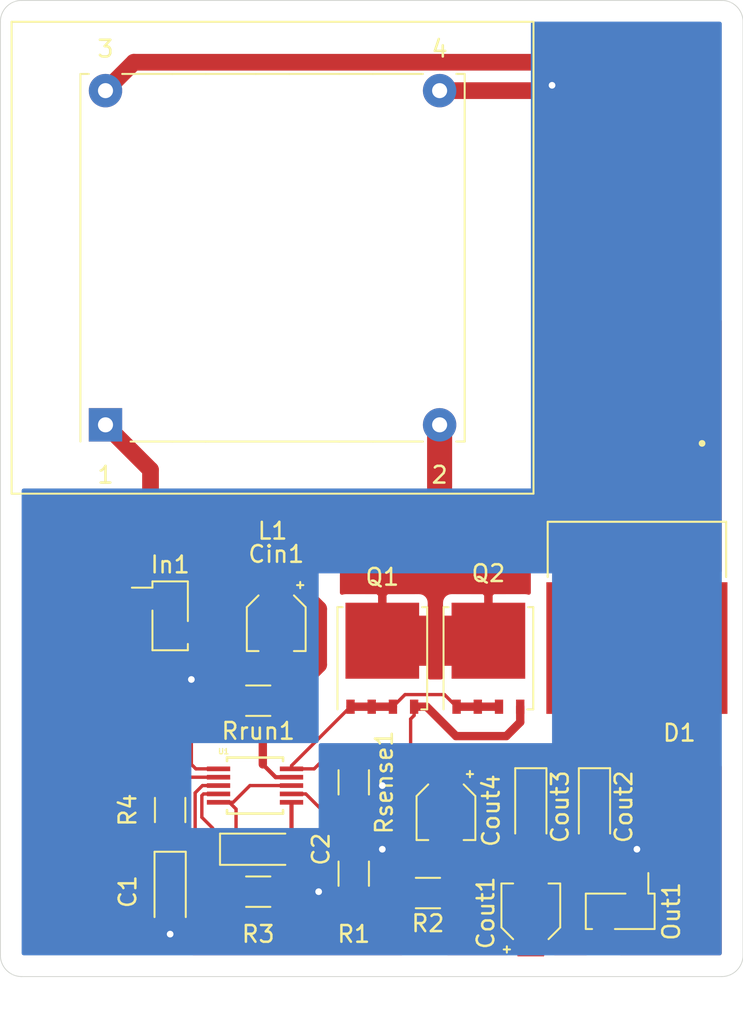
<source format=kicad_pcb>
(kicad_pcb (version 20171130) (host pcbnew "(5.1.10)-1")

  (general
    (thickness 1.6)
    (drawings 8)
    (tracks 112)
    (zones 0)
    (modules 20)
    (nets 14)
  )

  (page A4)
  (layers
    (0 F.Cu signal)
    (31 B.Cu signal)
    (32 B.Adhes user)
    (33 F.Adhes user)
    (34 B.Paste user)
    (35 F.Paste user)
    (36 B.SilkS user)
    (37 F.SilkS user)
    (38 B.Mask user)
    (39 F.Mask user)
    (40 Dwgs.User user)
    (41 Cmts.User user)
    (42 Eco1.User user)
    (43 Eco2.User user)
    (44 Edge.Cuts user)
    (45 Margin user)
    (46 B.CrtYd user)
    (47 F.CrtYd user)
    (48 B.Fab user)
    (49 F.Fab user)
  )

  (setup
    (last_trace_width 0.2)
    (user_trace_width 0.2)
    (user_trace_width 0.5)
    (user_trace_width 1)
    (user_trace_width 1.5)
    (user_trace_width 2)
    (user_trace_width 2.5)
    (user_trace_width 3)
    (trace_clearance 0.2)
    (zone_clearance 0.508)
    (zone_45_only no)
    (trace_min 0.2)
    (via_size 0.8)
    (via_drill 0.4)
    (via_min_size 0.4)
    (via_min_drill 0.3)
    (uvia_size 0.3)
    (uvia_drill 0.1)
    (uvias_allowed no)
    (uvia_min_size 0.2)
    (uvia_min_drill 0.1)
    (edge_width 0.05)
    (segment_width 0.2)
    (pcb_text_width 0.3)
    (pcb_text_size 1.5 1.5)
    (mod_edge_width 0.12)
    (mod_text_size 1 1)
    (mod_text_width 0.15)
    (pad_size 1.524 1.524)
    (pad_drill 0.762)
    (pad_to_mask_clearance 0.051)
    (solder_mask_min_width 0.25)
    (aux_axis_origin 0 0)
    (visible_elements 7FFFFFFF)
    (pcbplotparams
      (layerselection 0x010fc_ffffffff)
      (usegerberextensions false)
      (usegerberattributes true)
      (usegerberadvancedattributes true)
      (creategerberjobfile true)
      (excludeedgelayer true)
      (linewidth 0.100000)
      (plotframeref false)
      (viasonmask false)
      (mode 1)
      (useauxorigin false)
      (hpglpennumber 1)
      (hpglpenspeed 20)
      (hpglpendiameter 15.000000)
      (psnegative false)
      (psa4output false)
      (plotreference true)
      (plotvalue true)
      (plotinvisibletext false)
      (padsonsilk false)
      (subtractmaskfromsilk false)
      (outputformat 1)
      (mirror false)
      (drillshape 1)
      (scaleselection 1)
      (outputdirectory ""))
  )

  (net 0 "")
  (net 1 "Net-(C1-Pad1)")
  (net 2 GND)
  (net 3 "Net-(C2-Pad1)")
  (net 4 Out)
  (net 5 In)
  (net 6 "Net-(D1-Pad1)")
  (net 7 "Net-(L1-Pad2)")
  (net 8 FB)
  (net 9 "Net-(R3-Pad1)")
  (net 10 "Net-(Rrun1-Pad2)")
  (net 11 "Net-(R4-Pad1)")
  (net 12 "Net-(Q1-Pad1)")
  (net 13 "Net-(Q1-Pad4)")

  (net_class Default "This is the default net class."
    (clearance 0.2)
    (trace_width 0.25)
    (via_dia 0.8)
    (via_drill 0.4)
    (uvia_dia 0.3)
    (uvia_drill 0.1)
    (add_net FB)
    (add_net GND)
    (add_net In)
    (add_net "Net-(C1-Pad1)")
    (add_net "Net-(C2-Pad1)")
    (add_net "Net-(D1-Pad1)")
    (add_net "Net-(L1-Pad2)")
    (add_net "Net-(Q1-Pad1)")
    (add_net "Net-(Q1-Pad4)")
    (add_net "Net-(R3-Pad1)")
    (add_net "Net-(R4-Pad1)")
    (add_net "Net-(Rrun1-Pad2)")
    (add_net Out)
  )

  (module "Nuestra Libreria:Carrete_E42-21-20" (layer F.Cu) (tedit 6101DC79) (tstamp 6102B80F)
    (at 104.08 125.73)
    (descr http://www.breve.pl/pdf/ANG/TEZ_ang.pdf)
    (tags "TEZ PCB Transformer")
    (path /60F68ED4)
    (fp_text reference L1 (at 10 6.35) (layer F.SilkS)
      (effects (font (size 1 1) (thickness 0.15)))
    )
    (fp_text value L_Core_Ferrite_Coupled (at 10 -8.5) (layer F.Fab)
      (effects (font (size 1 1) (thickness 0.15)))
    )
    (fp_line (start 6 -21) (end 4 -21) (layer F.SilkS) (width 0.12))
    (fp_line (start 11 -21) (end 9 -21) (layer F.SilkS) (width 0.12))
    (fp_line (start 16 -21) (end 14 -21) (layer F.SilkS) (width 0.12))
    (fp_line (start 14 1) (end 16 1) (layer F.SilkS) (width 0.12))
    (fp_line (start 4 1) (end 6 1) (layer F.SilkS) (width 0.12))
    (fp_line (start 25.62 4.12) (end -5.62 4.12) (layer F.SilkS) (width 0.12))
    (fp_line (start 25.62 4.12) (end 25.62 -24.12) (layer F.SilkS) (width 0.12))
    (fp_line (start -5.62 -24.12) (end -5.62 4.12) (layer F.SilkS) (width 0.12))
    (fp_line (start -5.62 -24.12) (end 25.62 -24.12) (layer F.SilkS) (width 0.12))
    (fp_line (start 25.75 4.25) (end -5.75 4.25) (layer F.CrtYd) (width 0.05))
    (fp_line (start 25.75 4.25) (end 25.75 -24.25) (layer F.CrtYd) (width 0.05))
    (fp_line (start -5.75 -24.25) (end -5.75 4.25) (layer F.CrtYd) (width 0.05))
    (fp_line (start -5.75 -24.25) (end 25.75 -24.25) (layer F.CrtYd) (width 0.05))
    (fp_line (start -5.5 4) (end -5.5 -24) (layer F.Fab) (width 0.1))
    (fp_line (start 25.5 4) (end -5.5 4) (layer F.Fab) (width 0.1))
    (fp_line (start 25.5 -24) (end 25.5 4) (layer F.Fab) (width 0.1))
    (fp_line (start -5.5 -24) (end 25.5 -24) (layer F.Fab) (width 0.1))
    (fp_line (start 21.5 -21) (end 21 -21) (layer F.SilkS) (width 0.12))
    (fp_line (start 21.5 1) (end 21.5 -21) (layer F.SilkS) (width 0.12))
    (fp_line (start 21 1) (end 21.5 1) (layer F.SilkS) (width 0.12))
    (fp_line (start 19 -21) (end 16 -21) (layer F.SilkS) (width 0.12))
    (fp_line (start 14 -21) (end 11 -21) (layer F.SilkS) (width 0.12))
    (fp_line (start 9 -21) (end 6 -21) (layer F.SilkS) (width 0.12))
    (fp_line (start 4 -21) (end 1 -21) (layer F.SilkS) (width 0.12))
    (fp_line (start -1.5 -21) (end -1.5 1) (layer F.SilkS) (width 0.12))
    (fp_line (start -1 -21) (end -1.5 -21) (layer F.SilkS) (width 0.12))
    (fp_line (start 1.5 1) (end 4 1) (layer F.SilkS) (width 0.12))
    (fp_line (start 6 1) (end 14 1) (layer F.SilkS) (width 0.12))
    (fp_line (start 16 1) (end 19 1) (layer F.SilkS) (width 0.12))
    (fp_line (start 21.5 -21) (end -1.5 -21) (layer F.Fab) (width 0.1))
    (fp_line (start 21.5 1) (end 21.5 -21) (layer F.Fab) (width 0.1))
    (fp_line (start -1.5 1) (end 21.5 1) (layer F.Fab) (width 0.1))
    (fp_line (start -1.5 -21) (end -1.5 1) (layer F.Fab) (width 0.1))
    (fp_text user %R (at 10 -10) (layer F.Fab)
      (effects (font (size 1 1) (thickness 0.15)))
    )
    (fp_text user 1 (at 0 3) (layer F.SilkS)
      (effects (font (size 1 1) (thickness 0.15)))
    )
    (fp_text user 2 (at 20 3) (layer F.SilkS)
      (effects (font (size 1 1) (thickness 0.15)))
    )
    (fp_text user 4 (at 20 -22.5) (layer F.SilkS)
      (effects (font (size 1 1) (thickness 0.15)))
    )
    (fp_text user 3 (at 0 -22.5) (layer F.SilkS)
      (effects (font (size 1 1) (thickness 0.15)))
    )
    (pad 3 thru_hole circle (at 0 -20) (size 2 2) (drill 0.9) (layers *.Cu *.Mask)
      (net 6 "Net-(D1-Pad1)"))
    (pad 4 thru_hole circle (at 20 -20) (size 2 2) (drill 0.9) (layers *.Cu *.Mask)
      (net 2 GND))
    (pad 2 thru_hole circle (at 20 0) (size 2 2) (drill 0.9) (layers *.Cu *.Mask)
      (net 7 "Net-(L1-Pad2)"))
    (pad 1 thru_hole rect (at 0 0) (size 2 2) (drill 0.9) (layers *.Cu *.Mask)
      (net 5 In))
    (model ${KISYS3DMOD}/Transformer_THT.3dshapes/Transformer_Breve_TEZ-28x33.wrl
      (at (xyz 0 0 0))
      (scale (xyz 1 1 1))
      (rotate (xyz 0 0 0))
    )
  )

  (module MBR20100CS2TR-G1:TO254P1521X483-4N (layer F.Cu) (tedit 60FDCCCD) (tstamp 60FF2484)
    (at 135.89 134.74 270)
    (path /611D4D36)
    (fp_text reference D1 (at 9.43 -2.54 180) (layer F.SilkS)
      (effects (font (size 1.00015 1.00015) (thickness 0.15)))
    )
    (fp_text value MBR20100CT (at 9.807725 6.223105 90) (layer F.Fab)
      (effects (font (size 1.001299 1.001299) (thickness 0.15)))
    )
    (fp_poly (pts (xy 1.56 -3.83) (xy 7.14 -3.83) (xy 7.14 3.83) (xy 1.56 3.83)) (layer F.Paste) (width 0.01))
    (fp_line (start -3.208 5.34) (end 0.097 5.34) (layer F.SilkS) (width 0.127))
    (fp_line (start -3.208 -5.34) (end 0.097 -5.34) (layer F.SilkS) (width 0.127))
    (fp_line (start -3.208 5.34) (end -3.208 -5.34) (layer F.SilkS) (width 0.127))
    (fp_line (start -3.208 5.34) (end -3.208 -5.34) (layer F.Fab) (width 0.127))
    (fp_line (start 6.453 5.34) (end -3.208 5.34) (layer F.Fab) (width 0.127))
    (fp_line (start 6.453 -5.34) (end 6.453 5.34) (layer F.Fab) (width 0.127))
    (fp_line (start -3.208 -5.34) (end 6.453 -5.34) (layer F.Fab) (width 0.127))
    (fp_circle (center -7.9 -3.9) (end -7.8 -3.9) (layer F.SilkS) (width 0.2))
    (fp_circle (center -7.9 -3.9) (end -7.8 -3.9) (layer F.Fab) (width 0.2))
    (fp_line (start 8.54 5.67) (end 8.54 -5.67) (layer F.CrtYd) (width 0.05))
    (fp_line (start -8.54 5.67) (end 8.54 5.67) (layer F.CrtYd) (width 0.05))
    (fp_line (start -8.54 -5.67) (end -8.54 5.67) (layer F.CrtYd) (width 0.05))
    (fp_line (start 8.54 -5.67) (end -8.54 -5.67) (layer F.CrtYd) (width 0.05))
    (pad 1 smd rect (at -6.4 -2.54 270) (size 3.78 1.06) (layers F.Cu F.Paste F.Mask)
      (net 6 "Net-(D1-Pad1)"))
    (pad 3 smd rect (at -6.4 2.54 270) (size 3.78 1.06) (layers F.Cu F.Paste F.Mask)
      (net 6 "Net-(D1-Pad1)"))
    (pad 2 smd rect (at 4.35 0 270) (size 7.88 10.84) (layers F.Cu F.Mask)
      (net 4 Out))
  )

  (module Capacitor_Tantalum_SMD:CP_EIA-3216-18_Kemet-A (layer F.Cu) (tedit 5EBA9318) (tstamp 60FF23B7)
    (at 107.95 153.59 270)
    (descr "Tantalum Capacitor SMD Kemet-A (3216-18 Metric), IPC_7351 nominal, (Body size from: http://www.kemet.com/Lists/ProductCatalog/Attachments/253/KEM_TC101_STD.pdf), generated with kicad-footprint-generator")
    (tags "capacitor tantalum")
    (path /60F6BFA1)
    (attr smd)
    (fp_text reference C1 (at 0.08 2.54 90) (layer F.SilkS)
      (effects (font (size 1 1) (thickness 0.15)))
    )
    (fp_text value 35nF (at 0 1.75 90) (layer F.Fab)
      (effects (font (size 1 1) (thickness 0.15)))
    )
    (fp_line (start 1.6 -0.8) (end -1.2 -0.8) (layer F.Fab) (width 0.1))
    (fp_line (start -1.2 -0.8) (end -1.6 -0.4) (layer F.Fab) (width 0.1))
    (fp_line (start -1.6 -0.4) (end -1.6 0.8) (layer F.Fab) (width 0.1))
    (fp_line (start -1.6 0.8) (end 1.6 0.8) (layer F.Fab) (width 0.1))
    (fp_line (start 1.6 0.8) (end 1.6 -0.8) (layer F.Fab) (width 0.1))
    (fp_line (start 1.6 -0.935) (end -2.31 -0.935) (layer F.SilkS) (width 0.12))
    (fp_line (start -2.31 -0.935) (end -2.31 0.935) (layer F.SilkS) (width 0.12))
    (fp_line (start -2.31 0.935) (end 1.6 0.935) (layer F.SilkS) (width 0.12))
    (fp_line (start -2.3 1.05) (end -2.3 -1.05) (layer F.CrtYd) (width 0.05))
    (fp_line (start -2.3 -1.05) (end 2.3 -1.05) (layer F.CrtYd) (width 0.05))
    (fp_line (start 2.3 -1.05) (end 2.3 1.05) (layer F.CrtYd) (width 0.05))
    (fp_line (start 2.3 1.05) (end -2.3 1.05) (layer F.CrtYd) (width 0.05))
    (fp_text user %R (at 0 0 90) (layer F.Fab)
      (effects (font (size 0.8 0.8) (thickness 0.12)))
    )
    (pad 1 smd roundrect (at -1.35 0 270) (size 1.4 1.35) (layers F.Cu F.Paste F.Mask) (roundrect_rratio 0.185185)
      (net 1 "Net-(C1-Pad1)"))
    (pad 2 smd roundrect (at 1.35 0 270) (size 1.4 1.35) (layers F.Cu F.Paste F.Mask) (roundrect_rratio 0.185185)
      (net 2 GND))
    (model ${KISYS3DMOD}/Capacitor_Tantalum_SMD.3dshapes/CP_EIA-3216-18_Kemet-A.wrl
      (at (xyz 0 0 0))
      (scale (xyz 1 1 1))
      (rotate (xyz 0 0 0))
    )
  )

  (module Capacitor_Tantalum_SMD:CP_EIA-3216-18_Kemet-A (layer F.Cu) (tedit 5EBA9318) (tstamp 60FF23CA)
    (at 113.245 151.13)
    (descr "Tantalum Capacitor SMD Kemet-A (3216-18 Metric), IPC_7351 nominal, (Body size from: http://www.kemet.com/Lists/ProductCatalog/Attachments/253/KEM_TC101_STD.pdf), generated with kicad-footprint-generator")
    (tags "capacitor tantalum")
    (path /60F6D296)
    (attr smd)
    (fp_text reference C2 (at 3.73 0 90) (layer F.SilkS)
      (effects (font (size 1 1) (thickness 0.15)))
    )
    (fp_text value 4.7uF/10V/X5R (at 0 1.75) (layer F.Fab)
      (effects (font (size 1 1) (thickness 0.15)))
    )
    (fp_line (start 1.6 -0.8) (end -1.2 -0.8) (layer F.Fab) (width 0.1))
    (fp_line (start -1.2 -0.8) (end -1.6 -0.4) (layer F.Fab) (width 0.1))
    (fp_line (start -1.6 -0.4) (end -1.6 0.8) (layer F.Fab) (width 0.1))
    (fp_line (start -1.6 0.8) (end 1.6 0.8) (layer F.Fab) (width 0.1))
    (fp_line (start 1.6 0.8) (end 1.6 -0.8) (layer F.Fab) (width 0.1))
    (fp_line (start 1.6 -0.935) (end -2.31 -0.935) (layer F.SilkS) (width 0.12))
    (fp_line (start -2.31 -0.935) (end -2.31 0.935) (layer F.SilkS) (width 0.12))
    (fp_line (start -2.31 0.935) (end 1.6 0.935) (layer F.SilkS) (width 0.12))
    (fp_line (start -2.3 1.05) (end -2.3 -1.05) (layer F.CrtYd) (width 0.05))
    (fp_line (start -2.3 -1.05) (end 2.3 -1.05) (layer F.CrtYd) (width 0.05))
    (fp_line (start 2.3 -1.05) (end 2.3 1.05) (layer F.CrtYd) (width 0.05))
    (fp_line (start 2.3 1.05) (end -2.3 1.05) (layer F.CrtYd) (width 0.05))
    (fp_text user %R (at 0 0) (layer F.Fab)
      (effects (font (size 0.8 0.8) (thickness 0.12)))
    )
    (pad 1 smd roundrect (at -1.35 0) (size 1.4 1.35) (layers F.Cu F.Paste F.Mask) (roundrect_rratio 0.185185)
      (net 3 "Net-(C2-Pad1)"))
    (pad 2 smd roundrect (at 1.35 0) (size 1.4 1.35) (layers F.Cu F.Paste F.Mask) (roundrect_rratio 0.185185)
      (net 2 GND))
    (model ${KISYS3DMOD}/Capacitor_Tantalum_SMD.3dshapes/CP_EIA-3216-18_Kemet-A.wrl
      (at (xyz 0 0 0))
      (scale (xyz 1 1 1))
      (rotate (xyz 0 0 0))
    )
  )

  (module Capacitor_SMD:CP_Elec_3x5.3 (layer F.Cu) (tedit 5B303299) (tstamp 60FF2401)
    (at 114.3 137.51 270)
    (descr "SMT capacitor, aluminium electrolytic, 3x5.3, Cornell Dubilier Electronics ")
    (tags "Capacitor Electrolytic")
    (path /60F6CB96)
    (attr smd)
    (fp_text reference Cin1 (at -4.04 0 180) (layer F.SilkS)
      (effects (font (size 1 1) (thickness 0.15)))
    )
    (fp_text value 33uF/35V (at 0 2.7 90) (layer F.Fab)
      (effects (font (size 1 1) (thickness 0.15)))
    )
    (fp_circle (center 0 0) (end 1.5 0) (layer F.Fab) (width 0.1))
    (fp_line (start 1.65 -1.65) (end 1.65 1.65) (layer F.Fab) (width 0.1))
    (fp_line (start -0.825 -1.65) (end 1.65 -1.65) (layer F.Fab) (width 0.1))
    (fp_line (start -0.825 1.65) (end 1.65 1.65) (layer F.Fab) (width 0.1))
    (fp_line (start -1.65 -0.825) (end -1.65 0.825) (layer F.Fab) (width 0.1))
    (fp_line (start -1.65 -0.825) (end -0.825 -1.65) (layer F.Fab) (width 0.1))
    (fp_line (start -1.65 0.825) (end -0.825 1.65) (layer F.Fab) (width 0.1))
    (fp_line (start -1.110469 -0.8) (end -0.810469 -0.8) (layer F.Fab) (width 0.1))
    (fp_line (start -0.960469 -0.95) (end -0.960469 -0.65) (layer F.Fab) (width 0.1))
    (fp_line (start 1.76 1.76) (end 1.76 1.06) (layer F.SilkS) (width 0.12))
    (fp_line (start 1.76 -1.76) (end 1.76 -1.06) (layer F.SilkS) (width 0.12))
    (fp_line (start -0.870563 -1.76) (end 1.76 -1.76) (layer F.SilkS) (width 0.12))
    (fp_line (start -0.870563 1.76) (end 1.76 1.76) (layer F.SilkS) (width 0.12))
    (fp_line (start -1.570563 -1.06) (end -0.870563 -1.76) (layer F.SilkS) (width 0.12))
    (fp_line (start -1.570563 1.06) (end -0.870563 1.76) (layer F.SilkS) (width 0.12))
    (fp_line (start -2.375 -1.435) (end -2 -1.435) (layer F.SilkS) (width 0.12))
    (fp_line (start -2.1875 -1.6225) (end -2.1875 -1.2475) (layer F.SilkS) (width 0.12))
    (fp_line (start 1.9 -1.9) (end 1.9 -1.05) (layer F.CrtYd) (width 0.05))
    (fp_line (start 1.9 -1.05) (end 2.85 -1.05) (layer F.CrtYd) (width 0.05))
    (fp_line (start 2.85 -1.05) (end 2.85 1.05) (layer F.CrtYd) (width 0.05))
    (fp_line (start 2.85 1.05) (end 1.9 1.05) (layer F.CrtYd) (width 0.05))
    (fp_line (start 1.9 1.05) (end 1.9 1.9) (layer F.CrtYd) (width 0.05))
    (fp_line (start -0.93 1.9) (end 1.9 1.9) (layer F.CrtYd) (width 0.05))
    (fp_line (start -0.93 -1.9) (end 1.9 -1.9) (layer F.CrtYd) (width 0.05))
    (fp_line (start -1.78 1.05) (end -0.93 1.9) (layer F.CrtYd) (width 0.05))
    (fp_line (start -1.78 -1.05) (end -0.93 -1.9) (layer F.CrtYd) (width 0.05))
    (fp_line (start -1.78 -1.05) (end -2.85 -1.05) (layer F.CrtYd) (width 0.05))
    (fp_line (start -2.85 -1.05) (end -2.85 1.05) (layer F.CrtYd) (width 0.05))
    (fp_line (start -2.85 1.05) (end -1.78 1.05) (layer F.CrtYd) (width 0.05))
    (fp_text user %R (at 0 0 90) (layer F.Fab)
      (effects (font (size 0.6 0.6) (thickness 0.09)))
    )
    (pad 1 smd rect (at -1.5 0 270) (size 2.2 1.6) (layers F.Cu F.Paste F.Mask)
      (net 5 In))
    (pad 2 smd rect (at 1.5 0 270) (size 2.2 1.6) (layers F.Cu F.Paste F.Mask)
      (net 2 GND))
    (model ${KISYS3DMOD}/Capacitor_SMD.3dshapes/CP_Elec_3x5.3.wrl
      (at (xyz 0 0 0))
      (scale (xyz 1 1 1))
      (rotate (xyz 0 0 0))
    )
  )

  (module Capacitor_SMD:CP_Elec_3x5.3 (layer F.Cu) (tedit 5B303299) (tstamp 60FF2425)
    (at 129.54 154.94 90)
    (descr "SMT capacitor, aluminium electrolytic, 3x5.3, Cornell Dubilier Electronics ")
    (tags "Capacitor Electrolytic")
    (path /60F6C5DA)
    (attr smd)
    (fp_text reference Cout1 (at 0 -2.7 90) (layer F.SilkS)
      (effects (font (size 1 1) (thickness 0.15)))
    )
    (fp_text value 330uF/35V (at 0 2.7 90) (layer F.Fab)
      (effects (font (size 1 1) (thickness 0.15)))
    )
    (fp_circle (center 0 0) (end 1.5 0) (layer F.Fab) (width 0.1))
    (fp_line (start 1.65 -1.65) (end 1.65 1.65) (layer F.Fab) (width 0.1))
    (fp_line (start -0.825 -1.65) (end 1.65 -1.65) (layer F.Fab) (width 0.1))
    (fp_line (start -0.825 1.65) (end 1.65 1.65) (layer F.Fab) (width 0.1))
    (fp_line (start -1.65 -0.825) (end -1.65 0.825) (layer F.Fab) (width 0.1))
    (fp_line (start -1.65 -0.825) (end -0.825 -1.65) (layer F.Fab) (width 0.1))
    (fp_line (start -1.65 0.825) (end -0.825 1.65) (layer F.Fab) (width 0.1))
    (fp_line (start -1.110469 -0.8) (end -0.810469 -0.8) (layer F.Fab) (width 0.1))
    (fp_line (start -0.960469 -0.95) (end -0.960469 -0.65) (layer F.Fab) (width 0.1))
    (fp_line (start 1.76 1.76) (end 1.76 1.06) (layer F.SilkS) (width 0.12))
    (fp_line (start 1.76 -1.76) (end 1.76 -1.06) (layer F.SilkS) (width 0.12))
    (fp_line (start -0.870563 -1.76) (end 1.76 -1.76) (layer F.SilkS) (width 0.12))
    (fp_line (start -0.870563 1.76) (end 1.76 1.76) (layer F.SilkS) (width 0.12))
    (fp_line (start -1.570563 -1.06) (end -0.870563 -1.76) (layer F.SilkS) (width 0.12))
    (fp_line (start -1.570563 1.06) (end -0.870563 1.76) (layer F.SilkS) (width 0.12))
    (fp_line (start -2.375 -1.435) (end -2 -1.435) (layer F.SilkS) (width 0.12))
    (fp_line (start -2.1875 -1.6225) (end -2.1875 -1.2475) (layer F.SilkS) (width 0.12))
    (fp_line (start 1.9 -1.9) (end 1.9 -1.05) (layer F.CrtYd) (width 0.05))
    (fp_line (start 1.9 -1.05) (end 2.85 -1.05) (layer F.CrtYd) (width 0.05))
    (fp_line (start 2.85 -1.05) (end 2.85 1.05) (layer F.CrtYd) (width 0.05))
    (fp_line (start 2.85 1.05) (end 1.9 1.05) (layer F.CrtYd) (width 0.05))
    (fp_line (start 1.9 1.05) (end 1.9 1.9) (layer F.CrtYd) (width 0.05))
    (fp_line (start -0.93 1.9) (end 1.9 1.9) (layer F.CrtYd) (width 0.05))
    (fp_line (start -0.93 -1.9) (end 1.9 -1.9) (layer F.CrtYd) (width 0.05))
    (fp_line (start -1.78 1.05) (end -0.93 1.9) (layer F.CrtYd) (width 0.05))
    (fp_line (start -1.78 -1.05) (end -0.93 -1.9) (layer F.CrtYd) (width 0.05))
    (fp_line (start -1.78 -1.05) (end -2.85 -1.05) (layer F.CrtYd) (width 0.05))
    (fp_line (start -2.85 -1.05) (end -2.85 1.05) (layer F.CrtYd) (width 0.05))
    (fp_line (start -2.85 1.05) (end -1.78 1.05) (layer F.CrtYd) (width 0.05))
    (fp_text user %R (at 0 0 90) (layer F.Fab)
      (effects (font (size 0.6 0.6) (thickness 0.09)))
    )
    (pad 1 smd rect (at -1.5 0 90) (size 2.2 1.6) (layers F.Cu F.Paste F.Mask)
      (net 4 Out))
    (pad 2 smd rect (at 1.5 0 90) (size 2.2 1.6) (layers F.Cu F.Paste F.Mask)
      (net 2 GND))
    (model ${KISYS3DMOD}/Capacitor_SMD.3dshapes/CP_Elec_3x5.3.wrl
      (at (xyz 0 0 0))
      (scale (xyz 1 1 1))
      (rotate (xyz 0 0 0))
    )
  )

  (module Capacitor_Tantalum_SMD:CP_EIA-3216-18_Kemet-A (layer F.Cu) (tedit 5EBA9318) (tstamp 60FF2438)
    (at 133.35 148.59 270)
    (descr "Tantalum Capacitor SMD Kemet-A (3216-18 Metric), IPC_7351 nominal, (Body size from: http://www.kemet.com/Lists/ProductCatalog/Attachments/253/KEM_TC101_STD.pdf), generated with kicad-footprint-generator")
    (tags "capacitor tantalum")
    (path /6115B389)
    (attr smd)
    (fp_text reference Cout2 (at 0 -1.75 90) (layer F.SilkS)
      (effects (font (size 1 1) (thickness 0.15)))
    )
    (fp_text value 10uF/35V/X5R (at 0 1.75 90) (layer F.Fab)
      (effects (font (size 1 1) (thickness 0.15)))
    )
    (fp_line (start 2.3 1.05) (end -2.3 1.05) (layer F.CrtYd) (width 0.05))
    (fp_line (start 2.3 -1.05) (end 2.3 1.05) (layer F.CrtYd) (width 0.05))
    (fp_line (start -2.3 -1.05) (end 2.3 -1.05) (layer F.CrtYd) (width 0.05))
    (fp_line (start -2.3 1.05) (end -2.3 -1.05) (layer F.CrtYd) (width 0.05))
    (fp_line (start -2.31 0.935) (end 1.6 0.935) (layer F.SilkS) (width 0.12))
    (fp_line (start -2.31 -0.935) (end -2.31 0.935) (layer F.SilkS) (width 0.12))
    (fp_line (start 1.6 -0.935) (end -2.31 -0.935) (layer F.SilkS) (width 0.12))
    (fp_line (start 1.6 0.8) (end 1.6 -0.8) (layer F.Fab) (width 0.1))
    (fp_line (start -1.6 0.8) (end 1.6 0.8) (layer F.Fab) (width 0.1))
    (fp_line (start -1.6 -0.4) (end -1.6 0.8) (layer F.Fab) (width 0.1))
    (fp_line (start -1.2 -0.8) (end -1.6 -0.4) (layer F.Fab) (width 0.1))
    (fp_line (start 1.6 -0.8) (end -1.2 -0.8) (layer F.Fab) (width 0.1))
    (fp_text user %R (at 0 0 90) (layer F.Fab)
      (effects (font (size 0.8 0.8) (thickness 0.12)))
    )
    (pad 2 smd roundrect (at 1.35 0 270) (size 1.4 1.35) (layers F.Cu F.Paste F.Mask) (roundrect_rratio 0.185185)
      (net 2 GND))
    (pad 1 smd roundrect (at -1.35 0 270) (size 1.4 1.35) (layers F.Cu F.Paste F.Mask) (roundrect_rratio 0.185185)
      (net 4 Out))
    (model ${KISYS3DMOD}/Capacitor_Tantalum_SMD.3dshapes/CP_EIA-3216-18_Kemet-A.wrl
      (at (xyz 0 0 0))
      (scale (xyz 1 1 1))
      (rotate (xyz 0 0 0))
    )
  )

  (module Capacitor_Tantalum_SMD:CP_EIA-3216-18_Kemet-A (layer F.Cu) (tedit 5EBA9318) (tstamp 60FF244B)
    (at 129.54 148.59 270)
    (descr "Tantalum Capacitor SMD Kemet-A (3216-18 Metric), IPC_7351 nominal, (Body size from: http://www.kemet.com/Lists/ProductCatalog/Attachments/253/KEM_TC101_STD.pdf), generated with kicad-footprint-generator")
    (tags "capacitor tantalum")
    (path /611547D4)
    (attr smd)
    (fp_text reference Cout3 (at 0 -1.75 90) (layer F.SilkS)
      (effects (font (size 1 1) (thickness 0.15)))
    )
    (fp_text value 10uF/35V/X5R (at 0 1.75 90) (layer F.Fab)
      (effects (font (size 1 1) (thickness 0.15)))
    )
    (fp_line (start 1.6 -0.8) (end -1.2 -0.8) (layer F.Fab) (width 0.1))
    (fp_line (start -1.2 -0.8) (end -1.6 -0.4) (layer F.Fab) (width 0.1))
    (fp_line (start -1.6 -0.4) (end -1.6 0.8) (layer F.Fab) (width 0.1))
    (fp_line (start -1.6 0.8) (end 1.6 0.8) (layer F.Fab) (width 0.1))
    (fp_line (start 1.6 0.8) (end 1.6 -0.8) (layer F.Fab) (width 0.1))
    (fp_line (start 1.6 -0.935) (end -2.31 -0.935) (layer F.SilkS) (width 0.12))
    (fp_line (start -2.31 -0.935) (end -2.31 0.935) (layer F.SilkS) (width 0.12))
    (fp_line (start -2.31 0.935) (end 1.6 0.935) (layer F.SilkS) (width 0.12))
    (fp_line (start -2.3 1.05) (end -2.3 -1.05) (layer F.CrtYd) (width 0.05))
    (fp_line (start -2.3 -1.05) (end 2.3 -1.05) (layer F.CrtYd) (width 0.05))
    (fp_line (start 2.3 -1.05) (end 2.3 1.05) (layer F.CrtYd) (width 0.05))
    (fp_line (start 2.3 1.05) (end -2.3 1.05) (layer F.CrtYd) (width 0.05))
    (fp_text user %R (at 0 0 90) (layer F.Fab)
      (effects (font (size 0.8 0.8) (thickness 0.12)))
    )
    (pad 1 smd roundrect (at -1.35 0 270) (size 1.4 1.35) (layers F.Cu F.Paste F.Mask) (roundrect_rratio 0.185185)
      (net 4 Out))
    (pad 2 smd roundrect (at 1.35 0 270) (size 1.4 1.35) (layers F.Cu F.Paste F.Mask) (roundrect_rratio 0.185185)
      (net 2 GND))
    (model ${KISYS3DMOD}/Capacitor_Tantalum_SMD.3dshapes/CP_EIA-3216-18_Kemet-A.wrl
      (at (xyz 0 0 0))
      (scale (xyz 1 1 1))
      (rotate (xyz 0 0 0))
    )
  )

  (module Capacitor_SMD:CP_Elec_3x5.3 (layer F.Cu) (tedit 5B303299) (tstamp 60FF246F)
    (at 124.46 148.82 270)
    (descr "SMT capacitor, aluminium electrolytic, 3x5.3, Cornell Dubilier Electronics ")
    (tags "Capacitor Electrolytic")
    (path /611508C5)
    (attr smd)
    (fp_text reference Cout4 (at 0 -2.7 90) (layer F.SilkS)
      (effects (font (size 1 1) (thickness 0.15)))
    )
    (fp_text value 330uF/35V (at 0 2.7 90) (layer F.Fab)
      (effects (font (size 1 1) (thickness 0.15)))
    )
    (fp_line (start -2.85 1.05) (end -1.78 1.05) (layer F.CrtYd) (width 0.05))
    (fp_line (start -2.85 -1.05) (end -2.85 1.05) (layer F.CrtYd) (width 0.05))
    (fp_line (start -1.78 -1.05) (end -2.85 -1.05) (layer F.CrtYd) (width 0.05))
    (fp_line (start -1.78 -1.05) (end -0.93 -1.9) (layer F.CrtYd) (width 0.05))
    (fp_line (start -1.78 1.05) (end -0.93 1.9) (layer F.CrtYd) (width 0.05))
    (fp_line (start -0.93 -1.9) (end 1.9 -1.9) (layer F.CrtYd) (width 0.05))
    (fp_line (start -0.93 1.9) (end 1.9 1.9) (layer F.CrtYd) (width 0.05))
    (fp_line (start 1.9 1.05) (end 1.9 1.9) (layer F.CrtYd) (width 0.05))
    (fp_line (start 2.85 1.05) (end 1.9 1.05) (layer F.CrtYd) (width 0.05))
    (fp_line (start 2.85 -1.05) (end 2.85 1.05) (layer F.CrtYd) (width 0.05))
    (fp_line (start 1.9 -1.05) (end 2.85 -1.05) (layer F.CrtYd) (width 0.05))
    (fp_line (start 1.9 -1.9) (end 1.9 -1.05) (layer F.CrtYd) (width 0.05))
    (fp_line (start -2.1875 -1.6225) (end -2.1875 -1.2475) (layer F.SilkS) (width 0.12))
    (fp_line (start -2.375 -1.435) (end -2 -1.435) (layer F.SilkS) (width 0.12))
    (fp_line (start -1.570563 1.06) (end -0.870563 1.76) (layer F.SilkS) (width 0.12))
    (fp_line (start -1.570563 -1.06) (end -0.870563 -1.76) (layer F.SilkS) (width 0.12))
    (fp_line (start -0.870563 1.76) (end 1.76 1.76) (layer F.SilkS) (width 0.12))
    (fp_line (start -0.870563 -1.76) (end 1.76 -1.76) (layer F.SilkS) (width 0.12))
    (fp_line (start 1.76 -1.76) (end 1.76 -1.06) (layer F.SilkS) (width 0.12))
    (fp_line (start 1.76 1.76) (end 1.76 1.06) (layer F.SilkS) (width 0.12))
    (fp_line (start -0.960469 -0.95) (end -0.960469 -0.65) (layer F.Fab) (width 0.1))
    (fp_line (start -1.110469 -0.8) (end -0.810469 -0.8) (layer F.Fab) (width 0.1))
    (fp_line (start -1.65 0.825) (end -0.825 1.65) (layer F.Fab) (width 0.1))
    (fp_line (start -1.65 -0.825) (end -0.825 -1.65) (layer F.Fab) (width 0.1))
    (fp_line (start -1.65 -0.825) (end -1.65 0.825) (layer F.Fab) (width 0.1))
    (fp_line (start -0.825 1.65) (end 1.65 1.65) (layer F.Fab) (width 0.1))
    (fp_line (start -0.825 -1.65) (end 1.65 -1.65) (layer F.Fab) (width 0.1))
    (fp_line (start 1.65 -1.65) (end 1.65 1.65) (layer F.Fab) (width 0.1))
    (fp_circle (center 0 0) (end 1.5 0) (layer F.Fab) (width 0.1))
    (fp_text user %R (at 0 0 90) (layer F.Fab)
      (effects (font (size 0.6 0.6) (thickness 0.09)))
    )
    (pad 2 smd rect (at 1.5 0 270) (size 2.2 1.6) (layers F.Cu F.Paste F.Mask)
      (net 2 GND))
    (pad 1 smd rect (at -1.5 0 270) (size 2.2 1.6) (layers F.Cu F.Paste F.Mask)
      (net 4 Out))
    (model ${KISYS3DMOD}/Capacitor_SMD.3dshapes/CP_Elec_3x5.3.wrl
      (at (xyz 0 0 0))
      (scale (xyz 1 1 1))
      (rotate (xyz 0 0 0))
    )
  )

  (module Connector_PinHeader_2.00mm:PinHeader_1x02_P2.00mm_Vertical_SMD_Pin1Left (layer F.Cu) (tedit 59FED667) (tstamp 60FF24A1)
    (at 107.95 137.16)
    (descr "surface-mounted straight pin header, 1x02, 2.00mm pitch, single row, style 1 (pin 1 left)")
    (tags "Surface mounted pin header SMD 1x02 2.00mm single row style1 pin1 left")
    (path /60FBDEF3)
    (attr smd)
    (fp_text reference In1 (at 0 -3.06) (layer F.SilkS)
      (effects (font (size 1 1) (thickness 0.15)))
    )
    (fp_text value Conn_01x02_Male (at 0 3.06) (layer F.Fab)
      (effects (font (size 1 1) (thickness 0.15)))
    )
    (fp_line (start 2.85 -2.5) (end -2.85 -2.5) (layer F.CrtYd) (width 0.05))
    (fp_line (start 2.85 2.5) (end 2.85 -2.5) (layer F.CrtYd) (width 0.05))
    (fp_line (start -2.85 2.5) (end 2.85 2.5) (layer F.CrtYd) (width 0.05))
    (fp_line (start -2.85 -2.5) (end -2.85 2.5) (layer F.CrtYd) (width 0.05))
    (fp_line (start -1.06 -0.315) (end -1.06 2.06) (layer F.SilkS) (width 0.12))
    (fp_line (start 1.06 1.685) (end 1.06 2.06) (layer F.SilkS) (width 0.12))
    (fp_line (start -1.06 -2.06) (end -1.06 -1.685) (layer F.SilkS) (width 0.12))
    (fp_line (start -1.06 -1.685) (end -2.29 -1.685) (layer F.SilkS) (width 0.12))
    (fp_line (start 1.06 -2.06) (end 1.06 0.315) (layer F.SilkS) (width 0.12))
    (fp_line (start -1.06 2.06) (end 1.06 2.06) (layer F.SilkS) (width 0.12))
    (fp_line (start -1.06 -2.06) (end 1.06 -2.06) (layer F.SilkS) (width 0.12))
    (fp_line (start 2.1 1.25) (end 1 1.25) (layer F.Fab) (width 0.1))
    (fp_line (start 2.1 0.75) (end 2.1 1.25) (layer F.Fab) (width 0.1))
    (fp_line (start 1 0.75) (end 2.1 0.75) (layer F.Fab) (width 0.1))
    (fp_line (start -2.1 -0.75) (end -1 -0.75) (layer F.Fab) (width 0.1))
    (fp_line (start -2.1 -1.25) (end -2.1 -0.75) (layer F.Fab) (width 0.1))
    (fp_line (start -1 -1.25) (end -2.1 -1.25) (layer F.Fab) (width 0.1))
    (fp_line (start 1 -2) (end 1 2) (layer F.Fab) (width 0.1))
    (fp_line (start -1 -1.25) (end -0.25 -2) (layer F.Fab) (width 0.1))
    (fp_line (start -1 2) (end -1 -1.25) (layer F.Fab) (width 0.1))
    (fp_line (start -0.25 -2) (end 1 -2) (layer F.Fab) (width 0.1))
    (fp_line (start 1 2) (end -1 2) (layer F.Fab) (width 0.1))
    (fp_text user %R (at 0 0 90) (layer F.Fab)
      (effects (font (size 1 1) (thickness 0.15)))
    )
    (pad 2 smd rect (at 1.175 1) (size 2.35 0.85) (layers F.Cu F.Paste F.Mask)
      (net 2 GND))
    (pad 1 smd rect (at -1.175 -1) (size 2.35 0.85) (layers F.Cu F.Paste F.Mask)
      (net 5 In))
    (model ${KISYS3DMOD}/Connector_PinHeader_2.00mm.3dshapes/PinHeader_1x02_P2.00mm_Vertical_SMD_Pin1Left.wrl
      (at (xyz 0 0 0))
      (scale (xyz 1 1 1))
      (rotate (xyz 0 0 0))
    )
  )

  (module Connector_PinHeader_2.00mm:PinHeader_1x02_P2.00mm_Vertical_SMD_Pin1Left (layer F.Cu) (tedit 59FED667) (tstamp 60FF24EF)
    (at 134.89 154.845 270)
    (descr "surface-mounted straight pin header, 1x02, 2.00mm pitch, single row, style 1 (pin 1 left)")
    (tags "Surface mounted pin header SMD 1x02 2.00mm single row style1 pin1 left")
    (path /60FADB04)
    (attr smd)
    (fp_text reference Out1 (at 0 -3.06 90) (layer F.SilkS)
      (effects (font (size 1 1) (thickness 0.15)))
    )
    (fp_text value Conn_01x02_Male (at 0 3.06 90) (layer F.Fab)
      (effects (font (size 1 1) (thickness 0.15)))
    )
    (fp_line (start 1 2) (end -1 2) (layer F.Fab) (width 0.1))
    (fp_line (start -0.25 -2) (end 1 -2) (layer F.Fab) (width 0.1))
    (fp_line (start -1 2) (end -1 -1.25) (layer F.Fab) (width 0.1))
    (fp_line (start -1 -1.25) (end -0.25 -2) (layer F.Fab) (width 0.1))
    (fp_line (start 1 -2) (end 1 2) (layer F.Fab) (width 0.1))
    (fp_line (start -1 -1.25) (end -2.1 -1.25) (layer F.Fab) (width 0.1))
    (fp_line (start -2.1 -1.25) (end -2.1 -0.75) (layer F.Fab) (width 0.1))
    (fp_line (start -2.1 -0.75) (end -1 -0.75) (layer F.Fab) (width 0.1))
    (fp_line (start 1 0.75) (end 2.1 0.75) (layer F.Fab) (width 0.1))
    (fp_line (start 2.1 0.75) (end 2.1 1.25) (layer F.Fab) (width 0.1))
    (fp_line (start 2.1 1.25) (end 1 1.25) (layer F.Fab) (width 0.1))
    (fp_line (start -1.06 -2.06) (end 1.06 -2.06) (layer F.SilkS) (width 0.12))
    (fp_line (start -1.06 2.06) (end 1.06 2.06) (layer F.SilkS) (width 0.12))
    (fp_line (start 1.06 -2.06) (end 1.06 0.315) (layer F.SilkS) (width 0.12))
    (fp_line (start -1.06 -1.685) (end -2.29 -1.685) (layer F.SilkS) (width 0.12))
    (fp_line (start -1.06 -2.06) (end -1.06 -1.685) (layer F.SilkS) (width 0.12))
    (fp_line (start 1.06 1.685) (end 1.06 2.06) (layer F.SilkS) (width 0.12))
    (fp_line (start -1.06 -0.315) (end -1.06 2.06) (layer F.SilkS) (width 0.12))
    (fp_line (start -2.85 -2.5) (end -2.85 2.5) (layer F.CrtYd) (width 0.05))
    (fp_line (start -2.85 2.5) (end 2.85 2.5) (layer F.CrtYd) (width 0.05))
    (fp_line (start 2.85 2.5) (end 2.85 -2.5) (layer F.CrtYd) (width 0.05))
    (fp_line (start 2.85 -2.5) (end -2.85 -2.5) (layer F.CrtYd) (width 0.05))
    (fp_text user %R (at 0 0) (layer F.Fab)
      (effects (font (size 1 1) (thickness 0.15)))
    )
    (pad 1 smd rect (at -1.175 -1 270) (size 2.35 0.85) (layers F.Cu F.Paste F.Mask)
      (net 2 GND))
    (pad 2 smd rect (at 1.175 1 270) (size 2.35 0.85) (layers F.Cu F.Paste F.Mask)
      (net 4 Out))
    (model ${KISYS3DMOD}/Connector_PinHeader_2.00mm.3dshapes/PinHeader_1x02_P2.00mm_Vertical_SMD_Pin1Left.wrl
      (at (xyz 0 0 0))
      (scale (xyz 1 1 1))
      (rotate (xyz 0 0 0))
    )
  )

  (module Package_TO_SOT_SMD:TDSON-8-1 (layer F.Cu) (tedit 5D9B6805) (tstamp 60FF2510)
    (at 120.65 139.7 90)
    (descr "Power MOSFET package, TDSON-8-1, 5.15x5.9mm (https://www.infineon.com/cms/en/product/packages/PG-TDSON/PG-TDSON-8-1/)")
    (tags "tdson ")
    (path /6100294D)
    (attr smd)
    (fp_text reference Q1 (at 4.86 0 180) (layer F.SilkS)
      (effects (font (size 1 1) (thickness 0.15)))
    )
    (fp_text value BSC035N10NS5 (at 0 3.5 90) (layer F.Fab)
      (effects (font (size 1 1) (thickness 0.15)))
    )
    (fp_line (start -1.95 -2.575) (end 2.95 -2.575) (layer F.Fab) (width 0.1))
    (fp_line (start -2.95 2.575) (end -2.95 -1.575) (layer F.Fab) (width 0.1))
    (fp_line (start 2.95 2.575) (end -2.95 2.575) (layer F.Fab) (width 0.1))
    (fp_line (start 2.95 -2.575) (end 2.95 2.575) (layer F.Fab) (width 0.1))
    (fp_line (start -3.58 2.83) (end 3.58 2.83) (layer F.CrtYd) (width 0.05))
    (fp_line (start -3.58 -2.83) (end -3.58 2.83) (layer F.CrtYd) (width 0.05))
    (fp_line (start 3.58 -2.83) (end -3.58 -2.83) (layer F.CrtYd) (width 0.05))
    (fp_line (start 3.58 2.83) (end 3.58 -2.83) (layer F.CrtYd) (width 0.05))
    (fp_line (start 3.06 2.685) (end -3.06 2.685) (layer F.SilkS) (width 0.12))
    (fp_line (start -1.95 -2.575) (end -2.95 -1.575) (layer F.Fab) (width 0.1))
    (fp_line (start 3.06 -2.685) (end -3.06 -2.685) (layer F.SilkS) (width 0.12))
    (fp_line (start -3.06 2.335) (end -3.06 2.685) (layer F.SilkS) (width 0.12))
    (fp_line (start 3.06 2.385) (end 3.06 2.685) (layer F.SilkS) (width 0.12))
    (fp_line (start 3.06 -2.385) (end 3.06 -2.685) (layer F.SilkS) (width 0.12))
    (fp_text user %R (at 0 0 90) (layer F.Fab)
      (effects (font (size 1 1) (thickness 0.15)))
    )
    (pad 1 smd rect (at -2.9 -1.905 90) (size 0.85 0.5) (layers F.Cu F.Paste F.Mask)
      (net 12 "Net-(Q1-Pad1)") (solder_paste_margin -0.05))
    (pad 2 smd rect (at -2.9 -0.635 90) (size 0.85 0.5) (layers F.Cu F.Paste F.Mask)
      (net 12 "Net-(Q1-Pad1)") (solder_paste_margin -0.05))
    (pad 3 smd rect (at -2.9 0.635 90) (size 0.85 0.5) (layers F.Cu F.Paste F.Mask)
      (net 12 "Net-(Q1-Pad1)") (solder_paste_margin -0.05))
    (pad 4 smd rect (at -2.9 1.905 90) (size 0.85 0.5) (layers F.Cu F.Paste F.Mask)
      (net 13 "Net-(Q1-Pad4)") (solder_paste_margin -0.05))
    (pad "" smd rect (at 1.5 -0.85 90) (size 1.5 1.5) (layers F.Paste))
    (pad "" smd rect (at 1.5 0.85 90) (size 1.5 1.5) (layers F.Paste))
    (pad "" smd rect (at -0.2 -0.85 90) (size 1.5 1.5) (layers F.Paste))
    (pad "" smd rect (at -0.2 0.85 90) (size 1.5 1.5) (layers F.Paste))
    (pad 5 smd rect (at 1.05 0 90) (size 4.55 4.41) (layers F.Cu)
      (net 7 "Net-(L1-Pad2)"))
    (pad "" smd rect (at 2.905 -1.905 90) (size 0.75 0.5) (layers F.Paste))
    (pad "" smd rect (at 2.905 -0.635 90) (size 0.75 0.5) (layers F.Paste))
    (pad "" smd rect (at 2.905 0.635 90) (size 0.75 0.5) (layers F.Paste))
    (pad "" smd rect (at 2.905 1.905 90) (size 0.75 0.5) (layers F.Paste))
    (pad "" smd custom (at 0.65 0 90) (size 3.75 4.41) (layers F.Mask)
      (zone_connect 0)
      (options (clearance outline) (anchor rect))
      (primitives
        (gr_poly (pts
           (xy 1.875 -2.205) (xy 2.675 -2.205) (xy 2.675 -1.605) (xy 1.875 -1.605)) (width 0))
        (gr_poly (pts
           (xy 1.875 -0.935) (xy 2.675 -0.935) (xy 2.675 -0.335) (xy 1.875 -0.335)) (width 0))
        (gr_poly (pts
           (xy 1.875 0.335) (xy 2.675 0.335) (xy 2.675 0.935) (xy 1.875 0.935)) (width 0))
        (gr_poly (pts
           (xy 1.875 1.605) (xy 2.675 1.605) (xy 2.675 2.205) (xy 1.875 2.205)) (width 0))
      ))
    (model ${KISYS3DMOD}/Package_TO_SOT_SMD.3dshapes/TDSON-8-1.wrl
      (at (xyz 0 0 0))
      (scale (xyz 1 1 1))
      (rotate (xyz 0 0 0))
    )
  )

  (module Package_TO_SOT_SMD:TDSON-8-1 (layer F.Cu) (tedit 5D9B6805) (tstamp 60FF2531)
    (at 127 139.7 90)
    (descr "Power MOSFET package, TDSON-8-1, 5.15x5.9mm (https://www.infineon.com/cms/en/product/packages/PG-TDSON/PG-TDSON-8-1/)")
    (tags "tdson ")
    (path /6102A826)
    (attr smd)
    (fp_text reference Q2 (at 5.08 0 180) (layer F.SilkS)
      (effects (font (size 1 1) (thickness 0.15)))
    )
    (fp_text value BSC035N10NS5 (at 0 3.5 90) (layer F.Fab)
      (effects (font (size 1 1) (thickness 0.15)))
    )
    (fp_line (start 3.06 -2.385) (end 3.06 -2.685) (layer F.SilkS) (width 0.12))
    (fp_line (start 3.06 2.385) (end 3.06 2.685) (layer F.SilkS) (width 0.12))
    (fp_line (start -3.06 2.335) (end -3.06 2.685) (layer F.SilkS) (width 0.12))
    (fp_line (start 3.06 -2.685) (end -3.06 -2.685) (layer F.SilkS) (width 0.12))
    (fp_line (start -1.95 -2.575) (end -2.95 -1.575) (layer F.Fab) (width 0.1))
    (fp_line (start 3.06 2.685) (end -3.06 2.685) (layer F.SilkS) (width 0.12))
    (fp_line (start 3.58 2.83) (end 3.58 -2.83) (layer F.CrtYd) (width 0.05))
    (fp_line (start 3.58 -2.83) (end -3.58 -2.83) (layer F.CrtYd) (width 0.05))
    (fp_line (start -3.58 -2.83) (end -3.58 2.83) (layer F.CrtYd) (width 0.05))
    (fp_line (start -3.58 2.83) (end 3.58 2.83) (layer F.CrtYd) (width 0.05))
    (fp_line (start 2.95 -2.575) (end 2.95 2.575) (layer F.Fab) (width 0.1))
    (fp_line (start 2.95 2.575) (end -2.95 2.575) (layer F.Fab) (width 0.1))
    (fp_line (start -2.95 2.575) (end -2.95 -1.575) (layer F.Fab) (width 0.1))
    (fp_line (start -1.95 -2.575) (end 2.95 -2.575) (layer F.Fab) (width 0.1))
    (fp_text user %R (at 0 0 90) (layer F.Fab)
      (effects (font (size 1 1) (thickness 0.15)))
    )
    (pad "" smd custom (at 0.65 0 90) (size 3.75 4.41) (layers F.Mask)
      (zone_connect 0)
      (options (clearance outline) (anchor rect))
      (primitives
        (gr_poly (pts
           (xy 1.875 -2.205) (xy 2.675 -2.205) (xy 2.675 -1.605) (xy 1.875 -1.605)) (width 0))
        (gr_poly (pts
           (xy 1.875 -0.935) (xy 2.675 -0.935) (xy 2.675 -0.335) (xy 1.875 -0.335)) (width 0))
        (gr_poly (pts
           (xy 1.875 0.335) (xy 2.675 0.335) (xy 2.675 0.935) (xy 1.875 0.935)) (width 0))
        (gr_poly (pts
           (xy 1.875 1.605) (xy 2.675 1.605) (xy 2.675 2.205) (xy 1.875 2.205)) (width 0))
      ))
    (pad "" smd rect (at 2.905 1.905 90) (size 0.75 0.5) (layers F.Paste))
    (pad "" smd rect (at 2.905 0.635 90) (size 0.75 0.5) (layers F.Paste))
    (pad "" smd rect (at 2.905 -0.635 90) (size 0.75 0.5) (layers F.Paste))
    (pad "" smd rect (at 2.905 -1.905 90) (size 0.75 0.5) (layers F.Paste))
    (pad 5 smd rect (at 1.05 0 90) (size 4.55 4.41) (layers F.Cu)
      (net 7 "Net-(L1-Pad2)"))
    (pad "" smd rect (at -0.2 0.85 90) (size 1.5 1.5) (layers F.Paste))
    (pad "" smd rect (at -0.2 -0.85 90) (size 1.5 1.5) (layers F.Paste))
    (pad "" smd rect (at 1.5 0.85 90) (size 1.5 1.5) (layers F.Paste))
    (pad "" smd rect (at 1.5 -0.85 90) (size 1.5 1.5) (layers F.Paste))
    (pad 4 smd rect (at -2.9 1.905 90) (size 0.85 0.5) (layers F.Cu F.Paste F.Mask)
      (net 13 "Net-(Q1-Pad4)") (solder_paste_margin -0.05))
    (pad 3 smd rect (at -2.9 0.635 90) (size 0.85 0.5) (layers F.Cu F.Paste F.Mask)
      (net 12 "Net-(Q1-Pad1)") (solder_paste_margin -0.05))
    (pad 2 smd rect (at -2.9 -0.635 90) (size 0.85 0.5) (layers F.Cu F.Paste F.Mask)
      (net 12 "Net-(Q1-Pad1)") (solder_paste_margin -0.05))
    (pad 1 smd rect (at -2.9 -1.905 90) (size 0.85 0.5) (layers F.Cu F.Paste F.Mask)
      (net 12 "Net-(Q1-Pad1)") (solder_paste_margin -0.05))
    (model ${KISYS3DMOD}/Package_TO_SOT_SMD.3dshapes/TDSON-8-1.wrl
      (at (xyz 0 0 0))
      (scale (xyz 1 1 1))
      (rotate (xyz 0 0 0))
    )
  )

  (module Resistor_SMD:R_1206_3216Metric (layer F.Cu) (tedit 5F68FEEE) (tstamp 60FF2557)
    (at 118.94 152.5925 90)
    (descr "Resistor SMD 1206 (3216 Metric), square (rectangular) end terminal, IPC_7351 nominal, (Body size source: IPC-SM-782 page 72, https://www.pcb-3d.com/wordpress/wp-content/uploads/ipc-sm-782a_amendment_1_and_2.pdf), generated with kicad-footprint-generator")
    (tags resistor)
    (path /60F95F9D)
    (attr smd)
    (fp_text reference R1 (at -3.6175 0 180) (layer F.SilkS)
      (effects (font (size 1 1) (thickness 0.15)))
    )
    (fp_text value 1.3k (at 0 1.82 90) (layer F.Fab)
      (effects (font (size 1 1) (thickness 0.15)))
    )
    (fp_line (start 2.28 1.12) (end -2.28 1.12) (layer F.CrtYd) (width 0.05))
    (fp_line (start 2.28 -1.12) (end 2.28 1.12) (layer F.CrtYd) (width 0.05))
    (fp_line (start -2.28 -1.12) (end 2.28 -1.12) (layer F.CrtYd) (width 0.05))
    (fp_line (start -2.28 1.12) (end -2.28 -1.12) (layer F.CrtYd) (width 0.05))
    (fp_line (start -0.727064 0.91) (end 0.727064 0.91) (layer F.SilkS) (width 0.12))
    (fp_line (start -0.727064 -0.91) (end 0.727064 -0.91) (layer F.SilkS) (width 0.12))
    (fp_line (start 1.6 0.8) (end -1.6 0.8) (layer F.Fab) (width 0.1))
    (fp_line (start 1.6 -0.8) (end 1.6 0.8) (layer F.Fab) (width 0.1))
    (fp_line (start -1.6 -0.8) (end 1.6 -0.8) (layer F.Fab) (width 0.1))
    (fp_line (start -1.6 0.8) (end -1.6 -0.8) (layer F.Fab) (width 0.1))
    (fp_text user %R (at 0 0 90) (layer F.Fab)
      (effects (font (size 0.8 0.8) (thickness 0.12)))
    )
    (pad 2 smd roundrect (at 1.4625 0 90) (size 1.125 1.75) (layers F.Cu F.Paste F.Mask) (roundrect_rratio 0.222222)
      (net 2 GND))
    (pad 1 smd roundrect (at -1.4625 0 90) (size 1.125 1.75) (layers F.Cu F.Paste F.Mask) (roundrect_rratio 0.222222)
      (net 8 FB))
    (model ${KISYS3DMOD}/Resistor_SMD.3dshapes/R_1206_3216Metric.wrl
      (at (xyz 0 0 0))
      (scale (xyz 1 1 1))
      (rotate (xyz 0 0 0))
    )
  )

  (module Resistor_SMD:R_1206_3216Metric (layer F.Cu) (tedit 5F68FEEE) (tstamp 60FF2568)
    (at 123.3825 153.7525 180)
    (descr "Resistor SMD 1206 (3216 Metric), square (rectangular) end terminal, IPC_7351 nominal, (Body size source: IPC-SM-782 page 72, https://www.pcb-3d.com/wordpress/wp-content/uploads/ipc-sm-782a_amendment_1_and_2.pdf), generated with kicad-footprint-generator")
    (tags resistor)
    (path /60F95503)
    (attr smd)
    (fp_text reference R2 (at 0 -1.82) (layer F.SilkS)
      (effects (font (size 1 1) (thickness 0.15)))
    )
    (fp_text value 20k (at 0 1.82) (layer F.Fab)
      (effects (font (size 1 1) (thickness 0.15)))
    )
    (fp_line (start -1.6 0.8) (end -1.6 -0.8) (layer F.Fab) (width 0.1))
    (fp_line (start -1.6 -0.8) (end 1.6 -0.8) (layer F.Fab) (width 0.1))
    (fp_line (start 1.6 -0.8) (end 1.6 0.8) (layer F.Fab) (width 0.1))
    (fp_line (start 1.6 0.8) (end -1.6 0.8) (layer F.Fab) (width 0.1))
    (fp_line (start -0.727064 -0.91) (end 0.727064 -0.91) (layer F.SilkS) (width 0.12))
    (fp_line (start -0.727064 0.91) (end 0.727064 0.91) (layer F.SilkS) (width 0.12))
    (fp_line (start -2.28 1.12) (end -2.28 -1.12) (layer F.CrtYd) (width 0.05))
    (fp_line (start -2.28 -1.12) (end 2.28 -1.12) (layer F.CrtYd) (width 0.05))
    (fp_line (start 2.28 -1.12) (end 2.28 1.12) (layer F.CrtYd) (width 0.05))
    (fp_line (start 2.28 1.12) (end -2.28 1.12) (layer F.CrtYd) (width 0.05))
    (fp_text user %R (at 0 0) (layer F.Fab)
      (effects (font (size 0.8 0.8) (thickness 0.12)))
    )
    (pad 1 smd roundrect (at -1.4625 0 180) (size 1.125 1.75) (layers F.Cu F.Paste F.Mask) (roundrect_rratio 0.222222)
      (net 4 Out))
    (pad 2 smd roundrect (at 1.4625 0 180) (size 1.125 1.75) (layers F.Cu F.Paste F.Mask) (roundrect_rratio 0.222222)
      (net 8 FB))
    (model ${KISYS3DMOD}/Resistor_SMD.3dshapes/R_1206_3216Metric.wrl
      (at (xyz 0 0 0))
      (scale (xyz 1 1 1))
      (rotate (xyz 0 0 0))
    )
  )

  (module Resistor_SMD:R_1206_3216Metric (layer F.Cu) (tedit 5F68FEEE) (tstamp 60FF2579)
    (at 113.2225 153.67)
    (descr "Resistor SMD 1206 (3216 Metric), square (rectangular) end terminal, IPC_7351 nominal, (Body size source: IPC-SM-782 page 72, https://www.pcb-3d.com/wordpress/wp-content/uploads/ipc-sm-782a_amendment_1_and_2.pdf), generated with kicad-footprint-generator")
    (tags resistor)
    (path /60F7D34D)
    (attr smd)
    (fp_text reference R3 (at 0 2.54) (layer F.SilkS)
      (effects (font (size 1 1) (thickness 0.15)))
    )
    (fp_text value 250k (at 0 1.82) (layer F.Fab)
      (effects (font (size 1 1) (thickness 0.15)))
    )
    (fp_line (start 2.28 1.12) (end -2.28 1.12) (layer F.CrtYd) (width 0.05))
    (fp_line (start 2.28 -1.12) (end 2.28 1.12) (layer F.CrtYd) (width 0.05))
    (fp_line (start -2.28 -1.12) (end 2.28 -1.12) (layer F.CrtYd) (width 0.05))
    (fp_line (start -2.28 1.12) (end -2.28 -1.12) (layer F.CrtYd) (width 0.05))
    (fp_line (start -0.727064 0.91) (end 0.727064 0.91) (layer F.SilkS) (width 0.12))
    (fp_line (start -0.727064 -0.91) (end 0.727064 -0.91) (layer F.SilkS) (width 0.12))
    (fp_line (start 1.6 0.8) (end -1.6 0.8) (layer F.Fab) (width 0.1))
    (fp_line (start 1.6 -0.8) (end 1.6 0.8) (layer F.Fab) (width 0.1))
    (fp_line (start -1.6 -0.8) (end 1.6 -0.8) (layer F.Fab) (width 0.1))
    (fp_line (start -1.6 0.8) (end -1.6 -0.8) (layer F.Fab) (width 0.1))
    (fp_text user %R (at 0 0) (layer F.Fab)
      (effects (font (size 0.8 0.8) (thickness 0.12)))
    )
    (pad 2 smd roundrect (at 1.4625 0) (size 1.125 1.75) (layers F.Cu F.Paste F.Mask) (roundrect_rratio 0.222222)
      (net 2 GND))
    (pad 1 smd roundrect (at -1.4625 0) (size 1.125 1.75) (layers F.Cu F.Paste F.Mask) (roundrect_rratio 0.222222)
      (net 9 "Net-(R3-Pad1)"))
    (model ${KISYS3DMOD}/Resistor_SMD.3dshapes/R_1206_3216Metric.wrl
      (at (xyz 0 0 0))
      (scale (xyz 1 1 1))
      (rotate (xyz 0 0 0))
    )
  )

  (module Resistor_SMD:R_1206_3216Metric (layer F.Cu) (tedit 5F68FEEE) (tstamp 60FF258A)
    (at 107.95 148.7825 270)
    (descr "Resistor SMD 1206 (3216 Metric), square (rectangular) end terminal, IPC_7351 nominal, (Body size source: IPC-SM-782 page 72, https://www.pcb-3d.com/wordpress/wp-content/uploads/ipc-sm-782a_amendment_1_and_2.pdf), generated with kicad-footprint-generator")
    (tags resistor)
    (path /60F7A3B3)
    (attr smd)
    (fp_text reference R4 (at 0 2.54 270) (layer F.SilkS)
      (effects (font (size 1 1) (thickness 0.15)))
    )
    (fp_text value 20k (at 0 1.82 90) (layer F.Fab)
      (effects (font (size 1 1) (thickness 0.15)))
    )
    (fp_line (start -1.6 0.8) (end -1.6 -0.8) (layer F.Fab) (width 0.1))
    (fp_line (start -1.6 -0.8) (end 1.6 -0.8) (layer F.Fab) (width 0.1))
    (fp_line (start 1.6 -0.8) (end 1.6 0.8) (layer F.Fab) (width 0.1))
    (fp_line (start 1.6 0.8) (end -1.6 0.8) (layer F.Fab) (width 0.1))
    (fp_line (start -0.727064 -0.91) (end 0.727064 -0.91) (layer F.SilkS) (width 0.12))
    (fp_line (start -0.727064 0.91) (end 0.727064 0.91) (layer F.SilkS) (width 0.12))
    (fp_line (start -2.28 1.12) (end -2.28 -1.12) (layer F.CrtYd) (width 0.05))
    (fp_line (start -2.28 -1.12) (end 2.28 -1.12) (layer F.CrtYd) (width 0.05))
    (fp_line (start 2.28 -1.12) (end 2.28 1.12) (layer F.CrtYd) (width 0.05))
    (fp_line (start 2.28 1.12) (end -2.28 1.12) (layer F.CrtYd) (width 0.05))
    (fp_text user %R (at 0 0 90) (layer F.Fab)
      (effects (font (size 0.8 0.8) (thickness 0.12)))
    )
    (pad 1 smd roundrect (at -1.4625 0 270) (size 1.125 1.75) (layers F.Cu F.Paste F.Mask) (roundrect_rratio 0.222222)
      (net 11 "Net-(R4-Pad1)"))
    (pad 2 smd roundrect (at 1.4625 0 270) (size 1.125 1.75) (layers F.Cu F.Paste F.Mask) (roundrect_rratio 0.222222)
      (net 1 "Net-(C1-Pad1)"))
    (model ${KISYS3DMOD}/Resistor_SMD.3dshapes/R_1206_3216Metric.wrl
      (at (xyz 0 0 0))
      (scale (xyz 1 1 1))
      (rotate (xyz 0 0 0))
    )
  )

  (module Resistor_SMD:R_1206_3216Metric (layer F.Cu) (tedit 5F68FEEE) (tstamp 60FF25BD)
    (at 113.2225 142.24 180)
    (descr "Resistor SMD 1206 (3216 Metric), square (rectangular) end terminal, IPC_7351 nominal, (Body size source: IPC-SM-782 page 72, https://www.pcb-3d.com/wordpress/wp-content/uploads/ipc-sm-782a_amendment_1_and_2.pdf), generated with kicad-footprint-generator")
    (tags resistor)
    (path /60FA5172)
    (attr smd)
    (fp_text reference Rrun1 (at 0 -1.82) (layer F.SilkS)
      (effects (font (size 1 1) (thickness 0.15)))
    )
    (fp_text value 1Meg (at 0 1.82) (layer F.Fab)
      (effects (font (size 1 1) (thickness 0.15)))
    )
    (fp_line (start 2.28 1.12) (end -2.28 1.12) (layer F.CrtYd) (width 0.05))
    (fp_line (start 2.28 -1.12) (end 2.28 1.12) (layer F.CrtYd) (width 0.05))
    (fp_line (start -2.28 -1.12) (end 2.28 -1.12) (layer F.CrtYd) (width 0.05))
    (fp_line (start -2.28 1.12) (end -2.28 -1.12) (layer F.CrtYd) (width 0.05))
    (fp_line (start -0.727064 0.91) (end 0.727064 0.91) (layer F.SilkS) (width 0.12))
    (fp_line (start -0.727064 -0.91) (end 0.727064 -0.91) (layer F.SilkS) (width 0.12))
    (fp_line (start 1.6 0.8) (end -1.6 0.8) (layer F.Fab) (width 0.1))
    (fp_line (start 1.6 -0.8) (end 1.6 0.8) (layer F.Fab) (width 0.1))
    (fp_line (start -1.6 -0.8) (end 1.6 -0.8) (layer F.Fab) (width 0.1))
    (fp_line (start -1.6 0.8) (end -1.6 -0.8) (layer F.Fab) (width 0.1))
    (fp_text user %R (at 0 0) (layer F.Fab)
      (effects (font (size 0.8 0.8) (thickness 0.12)))
    )
    (pad 2 smd roundrect (at 1.4625 0 180) (size 1.125 1.75) (layers F.Cu F.Paste F.Mask) (roundrect_rratio 0.222222)
      (net 10 "Net-(Rrun1-Pad2)"))
    (pad 1 smd roundrect (at -1.4625 0 180) (size 1.125 1.75) (layers F.Cu F.Paste F.Mask) (roundrect_rratio 0.222222)
      (net 5 In))
    (model ${KISYS3DMOD}/Resistor_SMD.3dshapes/R_1206_3216Metric.wrl
      (at (xyz 0 0 0))
      (scale (xyz 1 1 1))
      (rotate (xyz 0 0 0))
    )
  )

  (module Resistor_SMD:R_1206_3216Metric (layer F.Cu) (tedit 5F68FEEE) (tstamp 60FF25CE)
    (at 118.94 147.1275 270)
    (descr "Resistor SMD 1206 (3216 Metric), square (rectangular) end terminal, IPC_7351 nominal, (Body size source: IPC-SM-782 page 72, https://www.pcb-3d.com/wordpress/wp-content/uploads/ipc-sm-782a_amendment_1_and_2.pdf), generated with kicad-footprint-generator")
    (tags resistor)
    (path /60F8D19A)
    (attr smd)
    (fp_text reference Rsense1 (at 0 -1.82 90) (layer F.SilkS)
      (effects (font (size 1 1) (thickness 0.15)))
    )
    (fp_text value 0.009 (at 0 1.82 90) (layer F.Fab)
      (effects (font (size 1 1) (thickness 0.15)))
    )
    (fp_line (start -1.6 0.8) (end -1.6 -0.8) (layer F.Fab) (width 0.1))
    (fp_line (start -1.6 -0.8) (end 1.6 -0.8) (layer F.Fab) (width 0.1))
    (fp_line (start 1.6 -0.8) (end 1.6 0.8) (layer F.Fab) (width 0.1))
    (fp_line (start 1.6 0.8) (end -1.6 0.8) (layer F.Fab) (width 0.1))
    (fp_line (start -0.727064 -0.91) (end 0.727064 -0.91) (layer F.SilkS) (width 0.12))
    (fp_line (start -0.727064 0.91) (end 0.727064 0.91) (layer F.SilkS) (width 0.12))
    (fp_line (start -2.28 1.12) (end -2.28 -1.12) (layer F.CrtYd) (width 0.05))
    (fp_line (start -2.28 -1.12) (end 2.28 -1.12) (layer F.CrtYd) (width 0.05))
    (fp_line (start 2.28 -1.12) (end 2.28 1.12) (layer F.CrtYd) (width 0.05))
    (fp_line (start 2.28 1.12) (end -2.28 1.12) (layer F.CrtYd) (width 0.05))
    (fp_text user %R (at 0 0 90) (layer F.Fab)
      (effects (font (size 0.8 0.8) (thickness 0.12)))
    )
    (pad 1 smd roundrect (at -1.4625 0 270) (size 1.125 1.75) (layers F.Cu F.Paste F.Mask) (roundrect_rratio 0.222222)
      (net 12 "Net-(Q1-Pad1)"))
    (pad 2 smd roundrect (at 1.4625 0 270) (size 1.125 1.75) (layers F.Cu F.Paste F.Mask) (roundrect_rratio 0.222222)
      (net 2 GND))
    (model ${KISYS3DMOD}/Resistor_SMD.3dshapes/R_1206_3216Metric.wrl
      (at (xyz 0 0 0))
      (scale (xyz 1 1 1))
      (rotate (xyz 0 0 0))
    )
  )

  (module LTC1871EMS-1_TRPBF:MSOP-10_MS (layer F.Cu) (tedit 60F1EA14) (tstamp 60FF2611)
    (at 113.03 147.32)
    (path /60F2074F)
    (fp_text reference U1 (at -1.8829 -2.04046) (layer F.SilkS)
      (effects (font (size 0.314961 0.314961) (thickness 0.15)))
    )
    (fp_text value LTC1871EMS-1#TRPBF (at -0.8829 2.04046) (layer F.Fab)
      (effects (font (size 0.314961 0.314961) (thickness 0.15)))
    )
    (fp_line (start -1.5494 -0.8636) (end -1.5494 -1.143) (layer F.Fab) (width 0.1524))
    (fp_line (start -1.5494 -1.143) (end -2.54 -1.143) (layer F.Fab) (width 0.1524))
    (fp_line (start -2.54 -1.143) (end -2.54 -0.8636) (layer F.Fab) (width 0.1524))
    (fp_line (start -2.54 -0.8636) (end -1.5494 -0.8636) (layer F.Fab) (width 0.1524))
    (fp_line (start -1.5494 -0.3556) (end -1.5494 -0.635) (layer F.Fab) (width 0.1524))
    (fp_line (start -1.5494 -0.635) (end -2.54 -0.635) (layer F.Fab) (width 0.1524))
    (fp_line (start -2.54 -0.635) (end -2.54 -0.3556) (layer F.Fab) (width 0.1524))
    (fp_line (start -2.54 -0.3556) (end -1.5494 -0.3556) (layer F.Fab) (width 0.1524))
    (fp_line (start -1.5494 0.1524) (end -1.5494 -0.1524) (layer F.Fab) (width 0.1524))
    (fp_line (start -1.5494 -0.1524) (end -2.54 -0.127) (layer F.Fab) (width 0.1524))
    (fp_line (start -2.54 -0.127) (end -2.54 0.1524) (layer F.Fab) (width 0.1524))
    (fp_line (start -2.54 0.1524) (end -1.5494 0.1524) (layer F.Fab) (width 0.1524))
    (fp_line (start -1.5494 0.635) (end -1.5494 0.3556) (layer F.Fab) (width 0.1524))
    (fp_line (start -1.5494 0.3556) (end -2.54 0.3556) (layer F.Fab) (width 0.1524))
    (fp_line (start -2.54 0.3556) (end -2.54 0.635) (layer F.Fab) (width 0.1524))
    (fp_line (start -2.54 0.635) (end -1.5494 0.635) (layer F.Fab) (width 0.1524))
    (fp_line (start -1.5494 1.143) (end -1.5494 0.8636) (layer F.Fab) (width 0.1524))
    (fp_line (start -1.5494 0.8636) (end -2.54 0.8636) (layer F.Fab) (width 0.1524))
    (fp_line (start -2.54 0.8636) (end -2.54 1.143) (layer F.Fab) (width 0.1524))
    (fp_line (start -2.54 1.143) (end -1.5494 1.143) (layer F.Fab) (width 0.1524))
    (fp_line (start 1.5494 0.8636) (end 1.5494 1.143) (layer F.Fab) (width 0.1524))
    (fp_line (start 1.5494 1.143) (end 2.54 1.143) (layer F.Fab) (width 0.1524))
    (fp_line (start 2.54 1.143) (end 2.54 0.8636) (layer F.Fab) (width 0.1524))
    (fp_line (start 2.54 0.8636) (end 1.5494 0.8636) (layer F.Fab) (width 0.1524))
    (fp_line (start 1.5494 0.3556) (end 1.5494 0.635) (layer F.Fab) (width 0.1524))
    (fp_line (start 1.5494 0.635) (end 2.54 0.635) (layer F.Fab) (width 0.1524))
    (fp_line (start 2.54 0.635) (end 2.54 0.3556) (layer F.Fab) (width 0.1524))
    (fp_line (start 2.54 0.3556) (end 1.5494 0.3556) (layer F.Fab) (width 0.1524))
    (fp_line (start 1.5494 -0.1524) (end 1.5494 0.1524) (layer F.Fab) (width 0.1524))
    (fp_line (start 1.5494 0.1524) (end 2.54 0.127) (layer F.Fab) (width 0.1524))
    (fp_line (start 2.54 0.127) (end 2.54 -0.1524) (layer F.Fab) (width 0.1524))
    (fp_line (start 2.54 -0.1524) (end 1.5494 -0.1524) (layer F.Fab) (width 0.1524))
    (fp_line (start 1.5494 -0.635) (end 1.5494 -0.3556) (layer F.Fab) (width 0.1524))
    (fp_line (start 1.5494 -0.3556) (end 2.54 -0.3556) (layer F.Fab) (width 0.1524))
    (fp_line (start 2.54 -0.3556) (end 2.54 -0.635) (layer F.Fab) (width 0.1524))
    (fp_line (start 2.54 -0.635) (end 1.5494 -0.635) (layer F.Fab) (width 0.1524))
    (fp_line (start 1.5494 -1.143) (end 1.5494 -0.8636) (layer F.Fab) (width 0.1524))
    (fp_line (start 1.5494 -0.8636) (end 2.54 -0.8636) (layer F.Fab) (width 0.1524))
    (fp_line (start 2.54 -0.8636) (end 2.54 -1.143) (layer F.Fab) (width 0.1524))
    (fp_line (start 2.54 -1.143) (end 1.5494 -1.143) (layer F.Fab) (width 0.1524))
    (fp_line (start -1.5494 1.5494) (end 1.5494 1.5494) (layer F.Fab) (width 0.1524))
    (fp_line (start 1.5494 1.5494) (end 1.5494 -1.5494) (layer F.Fab) (width 0.1524))
    (fp_line (start 1.5494 -1.5494) (end 0.3048 -1.5494) (layer F.Fab) (width 0.1524))
    (fp_line (start 0.3048 -1.5494) (end -0.3048 -1.5494) (layer F.Fab) (width 0.1524))
    (fp_line (start -0.3048 -1.5494) (end -1.5494 -1.5494) (layer F.Fab) (width 0.1524))
    (fp_line (start -1.5494 -1.5494) (end -1.5494 1.5494) (layer F.Fab) (width 0.1524))
    (fp_line (start 1.6764 -1.4732) (end 1.6764 -1.6764) (layer F.SilkS) (width 0.1524))
    (fp_line (start -1.6764 1.4732) (end -1.6764 1.6764) (layer F.SilkS) (width 0.1524))
    (fp_line (start -1.6764 1.6764) (end 1.6764 1.6764) (layer F.SilkS) (width 0.1524))
    (fp_line (start 1.6764 1.6764) (end 1.6764 1.4732) (layer F.SilkS) (width 0.1524))
    (fp_line (start 1.6764 -1.6764) (end -1.6764 -1.6764) (layer F.SilkS) (width 0.1524))
    (fp_line (start -1.6764 -1.6764) (end -1.6764 -1.4732) (layer F.SilkS) (width 0.1524))
    (fp_arc (start 0 -1.5494) (end -0.3048 -1.5494) (angle -180) (layer F.Fab) (width 0.1524))
    (pad 1 smd rect (at -2.1844 -1.00076) (size 1.397 0.2794) (layers F.Cu F.Paste F.Mask)
      (net 10 "Net-(Rrun1-Pad2)"))
    (pad 2 smd rect (at -2.1844 -0.500381) (size 1.397 0.2794) (layers F.Cu F.Paste F.Mask)
      (net 11 "Net-(R4-Pad1)"))
    (pad 3 smd rect (at -2.1844 0) (size 1.397 0.2794) (layers F.Cu F.Paste F.Mask)
      (net 8 FB))
    (pad 4 smd rect (at -2.1844 0.500381) (size 1.397 0.2794) (layers F.Cu F.Paste F.Mask)
      (net 9 "Net-(R3-Pad1)"))
    (pad 5 smd rect (at -2.1844 1.00076) (size 1.397 0.2794) (layers F.Cu F.Paste F.Mask)
      (net 3 "Net-(C2-Pad1)"))
    (pad 6 smd rect (at 2.1844 1.00076) (size 1.397 0.2794) (layers F.Cu F.Paste F.Mask)
      (net 2 GND))
    (pad 7 smd rect (at 2.1844 0.500381) (size 1.397 0.2794) (layers F.Cu F.Paste F.Mask)
      (net 13 "Net-(Q1-Pad4)"))
    (pad 8 smd rect (at 2.1844 0) (size 1.397 0.2794) (layers F.Cu F.Paste F.Mask)
      (net 3 "Net-(C2-Pad1)"))
    (pad 9 smd rect (at 2.1844 -0.500381) (size 1.397 0.2794) (layers F.Cu F.Paste F.Mask)
      (net 5 In))
    (pad 10 smd rect (at 2.1844 -1.00076) (size 1.397 0.2794) (layers F.Cu F.Paste F.Mask)
      (net 12 "Net-(Q1-Pad1)"))
  )

  (gr_line (start 142.24 101.6) (end 142.24 157.48) (layer Edge.Cuts) (width 0.05) (tstamp 6102BC52))
  (gr_line (start 99.06 100.33) (end 140.97 100.33) (layer Edge.Cuts) (width 0.05) (tstamp 6102BC51))
  (gr_line (start 97.79 157.48) (end 97.79 101.6) (layer Edge.Cuts) (width 0.05) (tstamp 6102BC50))
  (gr_line (start 140.97 158.75) (end 99.06 158.75) (layer Edge.Cuts) (width 0.05) (tstamp 6102BC4F))
  (gr_arc (start 99.06 157.48) (end 97.79 157.48) (angle -90) (layer Edge.Cuts) (width 0.05))
  (gr_arc (start 140.97 157.48) (end 140.97 158.75) (angle -90) (layer Edge.Cuts) (width 0.05))
  (gr_arc (start 140.97 101.6) (end 142.24 101.6) (angle -90) (layer Edge.Cuts) (width 0.05))
  (gr_arc (start 99.06 101.6) (end 99.06 100.33) (angle -90) (layer Edge.Cuts) (width 0.05))

  (segment (start 107.95 152.24) (end 107.95 150.245) (width 0.2) (layer F.Cu) (net 1))
  (via (at 120.65 147.32) (size 0.8) (drill 0.4) (layers F.Cu B.Cu) (net 2))
  (via (at 116.84 153.67) (size 0.8) (drill 0.4) (layers F.Cu B.Cu) (net 2))
  (via (at 109.22 140.97) (size 0.8) (drill 0.4) (layers F.Cu B.Cu) (net 2))
  (via (at 107.95 156.21) (size 0.8) (drill 0.4) (layers F.Cu B.Cu) (net 2))
  (via (at 120.65 151.13) (size 0.8) (drill 0.4) (layers F.Cu B.Cu) (net 2))
  (via (at 135.89 151.13) (size 0.8) (drill 0.4) (layers F.Cu B.Cu) (net 2))
  (segment (start 107.95 154.94) (end 107.95 156.21) (width 1) (layer F.Cu) (net 2))
  (segment (start 118.94 151.13) (end 120.65 151.13) (width 1) (layer F.Cu) (net 2))
  (segment (start 121.46 150.32) (end 120.65 151.13) (width 1) (layer F.Cu) (net 2))
  (segment (start 124.46 150.32) (end 121.46 150.32) (width 1) (layer F.Cu) (net 2))
  (segment (start 129.54 149.94) (end 133.35 149.94) (width 1) (layer F.Cu) (net 2))
  (segment (start 129.54 153.44) (end 129.54 149.94) (width 1) (layer F.Cu) (net 2))
  (segment (start 135.89 153.67) (end 135.89 151.13) (width 1) (layer F.Cu) (net 2))
  (segment (start 134.7 149.94) (end 135.89 151.13) (width 1) (layer F.Cu) (net 2))
  (segment (start 133.35 149.94) (end 134.7 149.94) (width 1) (layer F.Cu) (net 2))
  (segment (start 114.685 151.22) (end 114.595 151.13) (width 1) (layer F.Cu) (net 2))
  (segment (start 114.685 153.67) (end 114.685 151.22) (width 1) (layer F.Cu) (net 2))
  (segment (start 111.18 139.01) (end 109.22 140.97) (width 0.5) (layer F.Cu) (net 2))
  (segment (start 114.3 139.01) (end 111.18 139.01) (width 0.5) (layer F.Cu) (net 2))
  (segment (start 109.125 140.875) (end 109.22 140.97) (width 0.5) (layer F.Cu) (net 2))
  (segment (start 109.125 138.16) (end 109.125 140.875) (width 0.5) (layer F.Cu) (net 2))
  (segment (start 114.685 153.67) (end 116.84 153.67) (width 0.5) (layer F.Cu) (net 2))
  (segment (start 115.2144 150.5106) (end 114.595 151.13) (width 0.25) (layer F.Cu) (net 2))
  (segment (start 115.2144 148.32076) (end 115.2144 150.5106) (width 0.25) (layer F.Cu) (net 2))
  (segment (start 119.38 148.59) (end 120.65 147.32) (width 0.25) (layer F.Cu) (net 2))
  (segment (start 118.94 148.59) (end 119.38 148.59) (width 0.25) (layer F.Cu) (net 2))
  (via (at 130.81 105.41) (size 0.8) (drill 0.4) (layers F.Cu B.Cu) (net 2))
  (segment (start 130.49 105.73) (end 130.81 105.41) (width 1) (layer F.Cu) (net 2))
  (segment (start 124.08 105.73) (end 130.49 105.73) (width 1) (layer F.Cu) (net 2))
  (segment (start 111.723423 148.32076) (end 110.8456 148.32076) (width 0.2) (layer F.Cu) (net 3))
  (segment (start 112.724183 147.32) (end 111.723423 148.32076) (width 0.2) (layer F.Cu) (net 3))
  (segment (start 115.2144 147.32) (end 112.724183 147.32) (width 0.2) (layer F.Cu) (net 3))
  (segment (start 111.895 151.13) (end 111.895 148.725) (width 0.2) (layer F.Cu) (net 3))
  (segment (start 111.49076 148.32076) (end 110.8456 148.32076) (width 0.2) (layer F.Cu) (net 3))
  (segment (start 111.895 148.725) (end 111.49076 148.32076) (width 0.2) (layer F.Cu) (net 3))
  (segment (start 133.35 141.63) (end 135.89 139.09) (width 1) (layer F.Cu) (net 4))
  (segment (start 133.35 147.24) (end 133.35 141.63) (width 1) (layer F.Cu) (net 4))
  (segment (start 133.35 147.24) (end 129.54 147.24) (width 1) (layer F.Cu) (net 4))
  (segment (start 124.54 147.24) (end 124.46 147.32) (width 1) (layer F.Cu) (net 4))
  (segment (start 133.47 156.44) (end 133.89 156.02) (width 1) (layer F.Cu) (net 4))
  (segment (start 129.54 156.44) (end 133.47 156.44) (width 1) (layer F.Cu) (net 4))
  (segment (start 124.845 153.7525) (end 127 151.5975) (width 0.5) (layer F.Cu) (net 4))
  (segment (start 127 151.5975) (end 127 147.32) (width 0.5) (layer F.Cu) (net 4))
  (segment (start 127 153.9) (end 127 151.5975) (width 0.5) (layer F.Cu) (net 4))
  (segment (start 129.54 156.44) (end 127 153.9) (width 0.5) (layer F.Cu) (net 4))
  (segment (start 124.46 147.32) (end 127 147.32) (width 1) (layer F.Cu) (net 4))
  (segment (start 129.46 147.32) (end 129.54 147.24) (width 1) (layer F.Cu) (net 4))
  (segment (start 127 147.32) (end 129.46 147.32) (width 1) (layer F.Cu) (net 4))
  (segment (start 116.1 136.01) (end 116.84 136.75) (width 1) (layer F.Cu) (net 5))
  (segment (start 114.3 136.01) (end 116.1 136.01) (width 1) (layer F.Cu) (net 5))
  (segment (start 116.84 140.085) (end 114.685 142.24) (width 1) (layer F.Cu) (net 5))
  (segment (start 116.84 136.75) (end 116.84 140.085) (width 1) (layer F.Cu) (net 5))
  (segment (start 114.2659 146.819619) (end 113.496281 146.05) (width 0.25) (layer F.Cu) (net 5))
  (segment (start 115.2144 146.819619) (end 114.2659 146.819619) (width 0.25) (layer F.Cu) (net 5))
  (segment (start 113.496281 143.428719) (end 114.685 142.24) (width 1) (layer F.Cu) (net 5))
  (segment (start 113.496281 146.05) (end 113.496281 143.428719) (width 0.5) (layer F.Cu) (net 5))
  (segment (start 114.15 136.16) (end 114.3 136.01) (width 1) (layer F.Cu) (net 5))
  (segment (start 106.775 136.16) (end 114.15 136.16) (width 1) (layer F.Cu) (net 5))
  (segment (start 106.775 128.425) (end 104.08 125.73) (width 1) (layer F.Cu) (net 5))
  (segment (start 106.775 136.16) (end 106.775 128.425) (width 1) (layer F.Cu) (net 5))
  (segment (start 133.35 128.34) (end 133.35 127) (width 1) (layer F.Cu) (net 6))
  (segment (start 139.7 106.68) (end 139.7 120.65) (width 1) (layer F.Cu) (net 6))
  (segment (start 137.049999 104.029999) (end 139.7 106.68) (width 1) (layer F.Cu) (net 6))
  (segment (start 105.780001 104.029999) (end 137.049999 104.029999) (width 1) (layer F.Cu) (net 6))
  (segment (start 104.08 105.73) (end 105.780001 104.029999) (width 1) (layer F.Cu) (net 6))
  (segment (start 127 138.65) (end 120.65 138.65) (width 3) (layer F.Cu) (net 7))
  (segment (start 124.08 125.73) (end 124.08 131.7) (width 1.5) (layer F.Cu) (net 7))
  (segment (start 119.2425 153.7525) (end 118.94 154.055) (width 0.5) (layer F.Cu) (net 8))
  (segment (start 121.92 153.7525) (end 119.2425 153.7525) (width 0.5) (layer F.Cu) (net 8))
  (segment (start 109.447089 147.754693) (end 109.447089 153.897089) (width 0.2) (layer F.Cu) (net 8))
  (segment (start 109.881782 147.32) (end 109.447089 147.754693) (width 0.2) (layer F.Cu) (net 8))
  (segment (start 110.8456 147.32) (end 109.881782 147.32) (width 0.2) (layer F.Cu) (net 8))
  (segment (start 109.447089 153.897089) (end 110.49 154.94) (width 0.2) (layer F.Cu) (net 8))
  (segment (start 118.055 154.94) (end 118.94 154.055) (width 0.2) (layer F.Cu) (net 8))
  (segment (start 110.49 154.94) (end 118.055 154.94) (width 0.2) (layer F.Cu) (net 8))
  (segment (start 109.9471 147.820381) (end 110.8456 147.820381) (width 0.2) (layer F.Cu) (net 9))
  (segment (start 109.847099 147.920382) (end 109.847099 149.217099) (width 0.2) (layer F.Cu) (net 9))
  (segment (start 109.9471 147.820381) (end 109.847099 147.920382) (width 0.2) (layer F.Cu) (net 9))
  (segment (start 109.847099 149.217099) (end 110.49 149.86) (width 0.2) (layer F.Cu) (net 9))
  (segment (start 110.49 149.86) (end 110.49 152.4) (width 0.2) (layer F.Cu) (net 9))
  (segment (start 110.49 152.4) (end 111.76 153.67) (width 0.2) (layer F.Cu) (net 9))
  (segment (start 110.49 142.24) (end 111.76 142.24) (width 0.2) (layer F.Cu) (net 10))
  (segment (start 109.22 143.51) (end 110.49 142.24) (width 0.2) (layer F.Cu) (net 10))
  (segment (start 109.22 146.05) (end 109.22 143.51) (width 0.2) (layer F.Cu) (net 10))
  (segment (start 109.48924 146.31924) (end 109.22 146.05) (width 0.2) (layer F.Cu) (net 10))
  (segment (start 110.8456 146.31924) (end 109.48924 146.31924) (width 0.2) (layer F.Cu) (net 10))
  (segment (start 108.450381 146.819619) (end 110.8456 146.819619) (width 0.2) (layer F.Cu) (net 11))
  (segment (start 107.95 147.32) (end 108.450381 146.819619) (width 0.2) (layer F.Cu) (net 11))
  (segment (start 118.745 142.875) (end 118.745 142.6) (width 0.25) (layer F.Cu) (net 12))
  (segment (start 115.2144 146.1306) (end 118.745 142.6) (width 0.2) (layer F.Cu) (net 12))
  (segment (start 115.2144 146.31924) (end 115.2144 146.1306) (width 0.2) (layer F.Cu) (net 12))
  (segment (start 118.745 142.6) (end 121.285 142.6) (width 0.5) (layer F.Cu) (net 12))
  (segment (start 125.095 142.6) (end 127.635 142.6) (width 0.5) (layer F.Cu) (net 12))
  (segment (start 124.369999 141.874999) (end 125.095 142.6) (width 0.2) (layer F.Cu) (net 12))
  (segment (start 122.010001 141.874999) (end 124.369999 141.874999) (width 0.2) (layer F.Cu) (net 12))
  (segment (start 121.285 142.6) (end 122.010001 141.874999) (width 0.2) (layer F.Cu) (net 12))
  (segment (start 117.225 145.665) (end 118.94 145.665) (width 0.2) (layer F.Cu) (net 12))
  (segment (start 116.57076 146.31924) (end 117.225 145.665) (width 0.2) (layer F.Cu) (net 12))
  (segment (start 115.2144 146.31924) (end 116.57076 146.31924) (width 0.2) (layer F.Cu) (net 12))
  (segment (start 122.555 143.123966) (end 122.555 142.6) (width 0.2) (layer F.Cu) (net 13))
  (segment (start 122.34501 143.333956) (end 122.555 143.123966) (width 0.2) (layer F.Cu) (net 13))
  (segment (start 122.34501 148.16499) (end 122.34501 143.333956) (width 0.2) (layer F.Cu) (net 13))
  (segment (start 120.65 149.86) (end 122.34501 148.16499) (width 0.2) (layer F.Cu) (net 13))
  (segment (start 118.11 149.86) (end 120.65 149.86) (width 0.2) (layer F.Cu) (net 13))
  (segment (start 116.070381 147.820381) (end 118.11 149.86) (width 0.2) (layer F.Cu) (net 13))
  (segment (start 115.2144 147.820381) (end 116.070381 147.820381) (width 0.2) (layer F.Cu) (net 13))
  (segment (start 122.555 142.6) (end 123.305 142.6) (width 0.5) (layer F.Cu) (net 13))
  (segment (start 123.305 142.6) (end 125.065001 144.360001) (width 0.5) (layer F.Cu) (net 13))
  (segment (start 128.905 143.525) (end 128.905 142.6) (width 0.5) (layer F.Cu) (net 13))
  (segment (start 125.065001 144.360001) (end 128.069999 144.360001) (width 0.5) (layer F.Cu) (net 13))
  (segment (start 128.069999 144.360001) (end 128.905 143.525) (width 0.5) (layer F.Cu) (net 13))

  (zone (net 7) (net_name "Net-(L1-Pad2)") (layer F.Cu) (tstamp 0) (hatch edge 0.508)
    (connect_pads (clearance 0.508))
    (min_thickness 0.254)
    (fill yes (arc_segments 32) (thermal_gap 0.508) (thermal_bridge_width 0.508))
    (polygon
      (pts
        (xy 129.54 140.97) (xy 118.11 140.97) (xy 118.11 130.81) (xy 129.54 130.81)
      )
    )
    (filled_polygon
      (pts
        (xy 129.413 135.774523) (xy 129.329482 135.749188) (xy 129.205 135.736928) (xy 127.28575 135.74) (xy 127.127 135.89875)
        (xy 127.127 138.523) (xy 127.147 138.523) (xy 127.147 138.777) (xy 127.127 138.777) (xy 127.127 138.797)
        (xy 126.873 138.797) (xy 126.873 138.777) (xy 124.31875 138.777) (xy 124.16 138.93575) (xy 124.157055 140.843)
        (xy 123.492945 140.843) (xy 123.49 138.93575) (xy 123.33125 138.777) (xy 120.777 138.777) (xy 120.777 138.797)
        (xy 120.523 138.797) (xy 120.523 138.777) (xy 120.503 138.777) (xy 120.503 138.523) (xy 120.523 138.523)
        (xy 120.523 135.89875) (xy 120.777 135.89875) (xy 120.777 138.523) (xy 123.33125 138.523) (xy 123.49 138.36425)
        (xy 123.493072 136.375) (xy 124.156928 136.375) (xy 124.16 138.36425) (xy 124.31875 138.523) (xy 126.873 138.523)
        (xy 126.873 135.89875) (xy 126.71425 135.74) (xy 124.795 135.736928) (xy 124.670518 135.749188) (xy 124.55082 135.785498)
        (xy 124.440506 135.844463) (xy 124.343815 135.923815) (xy 124.264463 136.020506) (xy 124.205498 136.13082) (xy 124.169188 136.250518)
        (xy 124.156928 136.375) (xy 123.493072 136.375) (xy 123.480812 136.250518) (xy 123.444502 136.13082) (xy 123.385537 136.020506)
        (xy 123.306185 135.923815) (xy 123.209494 135.844463) (xy 123.09918 135.785498) (xy 122.979482 135.749188) (xy 122.855 135.736928)
        (xy 120.93575 135.74) (xy 120.777 135.89875) (xy 120.523 135.89875) (xy 120.36425 135.74) (xy 118.445 135.736928)
        (xy 118.320518 135.749188) (xy 118.237 135.774523) (xy 118.237 130.937) (xy 129.413 130.937)
      )
    )
  )
  (zone (net 4) (net_name Out) (layer F.Cu) (tstamp 0) (hatch edge 0.508)
    (connect_pads (clearance 0.508))
    (min_thickness 0.254)
    (fill yes (arc_segments 32) (thermal_gap 0.508) (thermal_bridge_width 0.508))
    (polygon
      (pts
        (xy 140.97 142.24) (xy 140.97 144.78) (xy 133.35 144.78) (xy 133.35 142.24)
      )
    )
  )
  (zone (net 4) (net_name Out) (layer F.Cu) (tstamp 0) (hatch edge 0.508)
    (connect_pads (clearance 0.508))
    (min_thickness 0.254)
    (fill yes (arc_segments 32) (thermal_gap 0.508) (thermal_bridge_width 0.508))
    (polygon
      (pts
        (xy 133.35 142.24) (xy 133.35 144.78) (xy 140.97 144.78) (xy 140.97 142.24)
      )
    )
  )
  (zone (net 0) (net_name "") (layer B.Cu) (tstamp 0) (hatch edge 0.508)
    (connect_pads (clearance 0.508))
    (min_thickness 0.254)
    (keepout (tracks not_allowed) (vias not_allowed) (copperpour not_allowed))
    (fill (arc_segments 32) (thermal_gap 0.508) (thermal_bridge_width 0.508))
    (polygon
      (pts
        (xy 109.22 144.78) (xy 116.84 144.78) (xy 116.84 149.86) (xy 109.22 149.86)
      )
    )
  )
  (zone (net 0) (net_name "") (layer B.Cu) (tstamp 0) (hatch edge 0.508)
    (connect_pads (clearance 0.508))
    (min_thickness 0.254)
    (keepout (tracks not_allowed) (vias not_allowed) (copperpour not_allowed))
    (fill (arc_segments 32) (thermal_gap 0.508) (thermal_bridge_width 0.508))
    (polygon
      (pts
        (xy 116.84 134.62) (xy 116.84 144.78) (xy 130.81 144.78) (xy 130.81 134.62)
      )
    )
  )
  (zone (net 8) (net_name FB) (layer F.Cu) (tstamp 0) (hatch edge 0.508)
    (connect_pads (clearance 0.508))
    (min_thickness 0.254)
    (fill yes (arc_segments 32) (thermal_gap 0.508) (thermal_bridge_width 0.508))
    (polygon
      (pts
        (xy 109.22 151.13) (xy 109.22 157.48) (xy 121.92 157.48) (xy 121.92 151.13)
      )
    )
    (filled_polygon
      (pts
        (xy 109.755001 152.363885) (xy 109.751444 152.4) (xy 109.765635 152.544085) (xy 109.80528 152.674774) (xy 109.807664 152.682633)
        (xy 109.875914 152.81032) (xy 109.967763 152.922238) (xy 109.995808 152.945254) (xy 110.559428 153.508874) (xy 110.559428 154.295001)
        (xy 110.576492 154.468255) (xy 110.627028 154.634851) (xy 110.709095 154.788387) (xy 110.819538 154.922962) (xy 110.954113 155.033405)
        (xy 111.107649 155.115472) (xy 111.274245 155.166008) (xy 111.447499 155.183072) (xy 112.072501 155.183072) (xy 112.245755 155.166008)
        (xy 112.412351 155.115472) (xy 112.565887 155.033405) (xy 112.700462 154.922962) (xy 112.810905 154.788387) (xy 112.892972 154.634851)
        (xy 112.943508 154.468255) (xy 112.960572 154.295001) (xy 112.960572 153.044999) (xy 112.943508 152.871745) (xy 112.892972 152.705149)
        (xy 112.810905 152.551613) (xy 112.700462 152.417038) (xy 112.659269 152.383232) (xy 112.684851 152.375472) (xy 112.838387 152.293405)
        (xy 112.972962 152.182962) (xy 113.083405 152.048387) (xy 113.165472 151.894851) (xy 113.216008 151.728255) (xy 113.233072 151.555001)
        (xy 113.233072 151.257) (xy 113.256928 151.257) (xy 113.256928 151.555001) (xy 113.273992 151.728255) (xy 113.324528 151.894851)
        (xy 113.406595 152.048387) (xy 113.517038 152.182962) (xy 113.550001 152.210014) (xy 113.55 152.711833) (xy 113.501492 152.871745)
        (xy 113.484428 153.044999) (xy 113.484428 154.295001) (xy 113.501492 154.468255) (xy 113.552028 154.634851) (xy 113.634095 154.788387)
        (xy 113.744538 154.922962) (xy 113.879113 155.033405) (xy 114.032649 155.115472) (xy 114.199245 155.166008) (xy 114.372499 155.183072)
        (xy 114.997501 155.183072) (xy 115.170755 155.166008) (xy 115.337351 155.115472) (xy 115.490887 155.033405) (xy 115.625462 154.922962)
        (xy 115.735905 154.788387) (xy 115.817972 154.634851) (xy 115.842194 154.555) (xy 116.301546 154.555) (xy 116.349744 154.587205)
        (xy 116.538102 154.665226) (xy 116.738061 154.705) (xy 116.941939 154.705) (xy 117.141898 154.665226) (xy 117.330256 154.587205)
        (xy 117.427989 154.521902) (xy 117.426928 154.6175) (xy 117.439188 154.741982) (xy 117.475498 154.86168) (xy 117.534463 154.971994)
        (xy 117.613815 155.068685) (xy 117.710506 155.148037) (xy 117.82082 155.207002) (xy 117.940518 155.243312) (xy 118.065 155.255572)
        (xy 118.65425 155.2525) (xy 118.813 155.09375) (xy 118.813 154.182) (xy 119.067 154.182) (xy 119.067 155.09375)
        (xy 119.22575 155.2525) (xy 119.815 155.255572) (xy 119.939482 155.243312) (xy 120.05918 155.207002) (xy 120.169494 155.148037)
        (xy 120.266185 155.068685) (xy 120.345537 154.971994) (xy 120.404502 154.86168) (xy 120.440812 154.741982) (xy 120.453072 154.6175)
        (xy 120.45 154.34075) (xy 120.29125 154.182) (xy 119.067 154.182) (xy 118.813 154.182) (xy 118.793 154.182)
        (xy 118.793 153.928) (xy 118.813 153.928) (xy 118.813 153.01625) (xy 119.067 153.01625) (xy 119.067 153.928)
        (xy 120.29125 153.928) (xy 120.45 153.76925) (xy 120.453072 153.4925) (xy 120.440812 153.368018) (xy 120.404502 153.24832)
        (xy 120.345537 153.138006) (xy 120.266185 153.041315) (xy 120.169494 152.961963) (xy 120.05918 152.902998) (xy 119.939482 152.866688)
        (xy 119.815 152.854428) (xy 119.22575 152.8575) (xy 119.067 153.01625) (xy 118.813 153.01625) (xy 118.65425 152.8575)
        (xy 118.065 152.854428) (xy 117.940518 152.866688) (xy 117.82082 152.902998) (xy 117.710506 152.961963) (xy 117.646685 153.014339)
        (xy 117.643937 153.010226) (xy 117.499774 152.866063) (xy 117.330256 152.752795) (xy 117.141898 152.674774) (xy 116.941939 152.635)
        (xy 116.738061 152.635) (xy 116.538102 152.674774) (xy 116.349744 152.752795) (xy 116.301546 152.785) (xy 115.842194 152.785)
        (xy 115.82 152.711834) (xy 115.82 151.979923) (xy 115.865472 151.894851) (xy 115.916008 151.728255) (xy 115.933072 151.555001)
        (xy 115.933072 151.257) (xy 117.426928 151.257) (xy 117.426928 151.442501) (xy 117.443992 151.615755) (xy 117.494528 151.782351)
        (xy 117.576595 151.935887) (xy 117.687038 152.070462) (xy 117.821613 152.180905) (xy 117.975149 152.262972) (xy 118.141745 152.313508)
        (xy 118.314999 152.330572) (xy 119.565001 152.330572) (xy 119.738255 152.313508) (xy 119.898166 152.265) (xy 120.594249 152.265)
        (xy 120.65 152.270491) (xy 120.705751 152.265) (xy 120.705752 152.265) (xy 120.872499 152.248577) (xy 121.086447 152.183676)
        (xy 121.283623 152.078284) (xy 121.456449 151.936449) (xy 121.491995 151.893136) (xy 121.793 151.592132) (xy 121.793 152.2425)
        (xy 121.792998 152.2425) (xy 121.792998 152.401248) (xy 121.63425 152.2425) (xy 121.3575 152.239428) (xy 121.233018 152.251688)
        (xy 121.11332 152.287998) (xy 121.003006 152.346963) (xy 120.906315 152.426315) (xy 120.826963 152.523006) (xy 120.767998 152.63332)
        (xy 120.731688 152.753018) (xy 120.719428 152.8775) (xy 120.7225 153.46675) (xy 120.88125 153.6255) (xy 121.793 153.6255)
        (xy 121.793 153.8795) (xy 120.88125 153.8795) (xy 120.7225 154.03825) (xy 120.719428 154.6275) (xy 120.731688 154.751982)
        (xy 120.767998 154.87168) (xy 120.826963 154.981994) (xy 120.906315 155.078685) (xy 121.003006 155.158037) (xy 121.11332 155.217002)
        (xy 121.233018 155.253312) (xy 121.3575 155.265572) (xy 121.63425 155.2625) (xy 121.792998 155.103752) (xy 121.792998 155.2625)
        (xy 121.793 155.2625) (xy 121.793 157.353) (xy 109.347 157.353) (xy 109.347 151.257) (xy 109.755001 151.257)
      )
    )
  )
  (zone (net 0) (net_name "") (layer B.Cu) (tstamp 0) (hatch edge 0.508)
    (connect_pads (clearance 0.508))
    (min_thickness 0.254)
    (keepout (tracks not_allowed) (vias not_allowed) (copperpour not_allowed))
    (fill (arc_segments 32) (thermal_gap 0.508) (thermal_bridge_width 0.508))
    (polygon
      (pts
        (xy 129.54 129.54) (xy 99.06 129.54) (xy 99.06 101.6) (xy 129.54 101.6)
      )
    )
  )
  (zone (net 4) (net_name Out) (layer F.Cu) (tstamp 0) (hatch edge 0.508)
    (connect_pads (clearance 0.508))
    (min_thickness 0.254)
    (fill yes (arc_segments 32) (thermal_gap 0.508) (thermal_bridge_width 0.508))
    (polygon
      (pts
        (xy 140.97 157.48) (xy 124.46 157.48) (xy 124.46 146.05) (xy 140.97 146.05)
      )
    )
    (filled_polygon
      (pts
        (xy 128.334463 146.185506) (xy 128.275498 146.29582) (xy 128.239188 146.415518) (xy 128.226928 146.54) (xy 128.23 146.95425)
        (xy 128.38875 147.113) (xy 129.413 147.113) (xy 129.413 147.093) (xy 129.667 147.093) (xy 129.667 147.113)
        (xy 130.69125 147.113) (xy 130.85 146.95425) (xy 130.853072 146.54) (xy 130.840812 146.415518) (xy 130.804502 146.29582)
        (xy 130.745537 146.185506) (xy 130.738556 146.177) (xy 132.151444 146.177) (xy 132.144463 146.185506) (xy 132.085498 146.29582)
        (xy 132.049188 146.415518) (xy 132.036928 146.54) (xy 132.04 146.95425) (xy 132.19875 147.113) (xy 133.223 147.113)
        (xy 133.223 147.093) (xy 133.477 147.093) (xy 133.477 147.113) (xy 134.50125 147.113) (xy 134.66 146.95425)
        (xy 134.663072 146.54) (xy 134.650812 146.415518) (xy 134.614502 146.29582) (xy 134.555537 146.185506) (xy 134.548556 146.177)
        (xy 140.843 146.177) (xy 140.843 157.353) (xy 134.930644 157.353) (xy 134.940812 157.319482) (xy 134.953072 157.195)
        (xy 134.95 156.30575) (xy 134.79125 156.147) (xy 134.017 156.147) (xy 134.017 156.167) (xy 133.763 156.167)
        (xy 133.763 156.147) (xy 132.98875 156.147) (xy 132.83 156.30575) (xy 132.826928 157.195) (xy 132.839188 157.319482)
        (xy 132.849356 157.353) (xy 130.977366 157.353) (xy 130.975 156.72575) (xy 130.81625 156.567) (xy 129.667 156.567)
        (xy 129.667 156.587) (xy 129.413 156.587) (xy 129.413 156.567) (xy 128.26375 156.567) (xy 128.105 156.72575)
        (xy 128.102634 157.353) (xy 124.587 157.353) (xy 124.587 155.23475) (xy 124.718 155.10375) (xy 124.718 153.8795)
        (xy 124.972 153.8795) (xy 124.972 155.10375) (xy 125.13075 155.2625) (xy 125.4075 155.265572) (xy 125.531982 155.253312)
        (xy 125.65168 155.217002) (xy 125.761994 155.158037) (xy 125.858685 155.078685) (xy 125.938037 154.981994) (xy 125.997002 154.87168)
        (xy 126.033312 154.751982) (xy 126.045572 154.6275) (xy 126.0425 154.03825) (xy 125.88375 153.8795) (xy 124.972 153.8795)
        (xy 124.718 153.8795) (xy 124.698 153.8795) (xy 124.698 153.6255) (xy 124.718 153.6255) (xy 124.718 152.40125)
        (xy 124.972 152.40125) (xy 124.972 153.6255) (xy 125.88375 153.6255) (xy 126.0425 153.46675) (xy 126.045572 152.8775)
        (xy 126.033312 152.753018) (xy 125.997002 152.63332) (xy 125.938037 152.523006) (xy 125.858685 152.426315) (xy 125.761994 152.346963)
        (xy 125.748968 152.34) (xy 128.101928 152.34) (xy 128.101928 154.54) (xy 128.114188 154.664482) (xy 128.150498 154.78418)
        (xy 128.209463 154.894494) (xy 128.246809 154.94) (xy 128.209463 154.985506) (xy 128.150498 155.09582) (xy 128.114188 155.215518)
        (xy 128.101928 155.34) (xy 128.105 156.15425) (xy 128.26375 156.313) (xy 129.413 156.313) (xy 129.413 156.293)
        (xy 129.667 156.293) (xy 129.667 156.313) (xy 130.81625 156.313) (xy 130.975 156.15425) (xy 130.978072 155.34)
        (xy 130.965812 155.215518) (xy 130.929502 155.09582) (xy 130.870537 154.985506) (xy 130.833191 154.94) (xy 130.870537 154.894494)
        (xy 130.896992 154.845) (xy 132.826928 154.845) (xy 132.83 155.73425) (xy 132.98875 155.893) (xy 133.763 155.893)
        (xy 133.763 154.36875) (xy 133.60425 154.21) (xy 133.465 154.206928) (xy 133.340518 154.219188) (xy 133.22082 154.255498)
        (xy 133.110506 154.314463) (xy 133.013815 154.393815) (xy 132.934463 154.490506) (xy 132.875498 154.60082) (xy 132.839188 154.720518)
        (xy 132.826928 154.845) (xy 130.896992 154.845) (xy 130.929502 154.78418) (xy 130.965812 154.664482) (xy 130.978072 154.54)
        (xy 130.978072 152.34) (xy 130.965812 152.215518) (xy 130.929502 152.09582) (xy 130.870537 151.985506) (xy 130.791185 151.888815)
        (xy 130.694494 151.809463) (xy 130.675 151.799043) (xy 130.675 151.075) (xy 132.366539 151.075) (xy 132.431613 151.128405)
        (xy 132.585149 151.210472) (xy 132.751745 151.261008) (xy 132.924999 151.278072) (xy 133.775001 151.278072) (xy 133.948255 151.261008)
        (xy 134.114851 151.210472) (xy 134.268387 151.128405) (xy 134.276563 151.121695) (xy 134.755001 151.600133) (xy 134.755 153.725751)
        (xy 134.771423 153.892498) (xy 134.826928 154.075472) (xy 134.826928 154.467831) (xy 134.766185 154.393815) (xy 134.669494 154.314463)
        (xy 134.55918 154.255498) (xy 134.439482 154.219188) (xy 134.315 154.206928) (xy 134.17575 154.21) (xy 134.017 154.36875)
        (xy 134.017 155.893) (xy 134.79125 155.893) (xy 134.95 155.73425) (xy 134.951774 155.220588) (xy 135.013815 155.296185)
        (xy 135.110506 155.375537) (xy 135.22082 155.434502) (xy 135.340518 155.470812) (xy 135.465 155.483072) (xy 136.315 155.483072)
        (xy 136.439482 155.470812) (xy 136.55918 155.434502) (xy 136.669494 155.375537) (xy 136.766185 155.296185) (xy 136.845537 155.199494)
        (xy 136.904502 155.08918) (xy 136.940812 154.969482) (xy 136.953072 154.845) (xy 136.953072 154.075473) (xy 137.008577 153.892499)
        (xy 137.025 153.725752) (xy 137.025 151.185751) (xy 137.030491 151.129999) (xy 137.008577 150.9075) (xy 136.984491 150.828102)
        (xy 136.943676 150.693553) (xy 136.838284 150.496377) (xy 136.696449 150.323551) (xy 136.65314 150.288008) (xy 135.541996 149.176865)
        (xy 135.506449 149.133551) (xy 135.333623 148.991716) (xy 135.136447 148.886324) (xy 134.922499 148.821423) (xy 134.755752 148.805)
        (xy 134.755751 148.805) (xy 134.7 148.799509) (xy 134.644249 148.805) (xy 134.333461 148.805) (xy 134.268387 148.751595)
        (xy 134.114851 148.669528) (xy 133.948255 148.618992) (xy 133.775001 148.601928) (xy 132.924999 148.601928) (xy 132.751745 148.618992)
        (xy 132.585149 148.669528) (xy 132.431613 148.751595) (xy 132.366539 148.805) (xy 130.523461 148.805) (xy 130.458387 148.751595)
        (xy 130.304851 148.669528) (xy 130.138255 148.618992) (xy 129.965001 148.601928) (xy 129.114999 148.601928) (xy 128.941745 148.618992)
        (xy 128.775149 148.669528) (xy 128.621613 148.751595) (xy 128.487038 148.862038) (xy 128.376595 148.996613) (xy 128.294528 149.150149)
        (xy 128.243992 149.316745) (xy 128.226928 149.489999) (xy 128.226928 150.390001) (xy 128.243992 150.563255) (xy 128.294528 150.729851)
        (xy 128.376595 150.883387) (xy 128.405001 150.917999) (xy 128.405 151.799043) (xy 128.385506 151.809463) (xy 128.288815 151.888815)
        (xy 128.209463 151.985506) (xy 128.150498 152.09582) (xy 128.114188 152.215518) (xy 128.101928 152.34) (xy 125.748968 152.34)
        (xy 125.65168 152.287998) (xy 125.531982 152.251688) (xy 125.4075 152.239428) (xy 125.13075 152.2425) (xy 124.972 152.40125)
        (xy 124.718 152.40125) (xy 124.587 152.27025) (xy 124.587 152.058072) (xy 125.26 152.058072) (xy 125.384482 152.045812)
        (xy 125.50418 152.009502) (xy 125.614494 151.950537) (xy 125.711185 151.871185) (xy 125.790537 151.774494) (xy 125.849502 151.66418)
        (xy 125.885812 151.544482) (xy 125.898072 151.42) (xy 125.898072 149.22) (xy 125.885812 149.095518) (xy 125.849502 148.97582)
        (xy 125.790537 148.865506) (xy 125.753191 148.82) (xy 125.790537 148.774494) (xy 125.849502 148.66418) (xy 125.885812 148.544482)
        (xy 125.898072 148.42) (xy 125.896262 147.94) (xy 128.226928 147.94) (xy 128.239188 148.064482) (xy 128.275498 148.18418)
        (xy 128.334463 148.294494) (xy 128.413815 148.391185) (xy 128.510506 148.470537) (xy 128.62082 148.529502) (xy 128.740518 148.565812)
        (xy 128.865 148.578072) (xy 129.25425 148.575) (xy 129.413 148.41625) (xy 129.413 147.367) (xy 129.667 147.367)
        (xy 129.667 148.41625) (xy 129.82575 148.575) (xy 130.215 148.578072) (xy 130.339482 148.565812) (xy 130.45918 148.529502)
        (xy 130.569494 148.470537) (xy 130.666185 148.391185) (xy 130.745537 148.294494) (xy 130.804502 148.18418) (xy 130.840812 148.064482)
        (xy 130.853072 147.94) (xy 132.036928 147.94) (xy 132.049188 148.064482) (xy 132.085498 148.18418) (xy 132.144463 148.294494)
        (xy 132.223815 148.391185) (xy 132.320506 148.470537) (xy 132.43082 148.529502) (xy 132.550518 148.565812) (xy 132.675 148.578072)
        (xy 133.06425 148.575) (xy 133.223 148.41625) (xy 133.223 147.367) (xy 133.477 147.367) (xy 133.477 148.41625)
        (xy 133.63575 148.575) (xy 134.025 148.578072) (xy 134.149482 148.565812) (xy 134.26918 148.529502) (xy 134.379494 148.470537)
        (xy 134.476185 148.391185) (xy 134.555537 148.294494) (xy 134.614502 148.18418) (xy 134.650812 148.064482) (xy 134.663072 147.94)
        (xy 134.66 147.52575) (xy 134.50125 147.367) (xy 133.477 147.367) (xy 133.223 147.367) (xy 132.19875 147.367)
        (xy 132.04 147.52575) (xy 132.036928 147.94) (xy 130.853072 147.94) (xy 130.85 147.52575) (xy 130.69125 147.367)
        (xy 129.667 147.367) (xy 129.413 147.367) (xy 128.38875 147.367) (xy 128.23 147.52575) (xy 128.226928 147.94)
        (xy 125.896262 147.94) (xy 125.895 147.60575) (xy 125.73625 147.447) (xy 124.587 147.447) (xy 124.587 147.193)
        (xy 125.73625 147.193) (xy 125.895 147.03425) (xy 125.898072 146.22) (xy 125.893837 146.177) (xy 128.341444 146.177)
      )
    )
  )
  (zone (net 2) (net_name GND) (layer B.Cu) (tstamp 0) (hatch edge 0.508)
    (connect_pads (clearance 0.508))
    (min_thickness 0.254)
    (fill yes (arc_segments 32) (thermal_gap 0.508) (thermal_bridge_width 0.508))
    (polygon
      (pts
        (xy 140.97 157.48) (xy 99.06 157.48) (xy 99.06 101.6) (xy 140.97 101.6)
      )
    )
    (filled_polygon
      (pts
        (xy 140.843 157.353) (xy 99.187 157.353) (xy 99.187 144.78) (xy 109.093 144.78) (xy 109.093 149.86)
        (xy 109.09544 149.884776) (xy 109.102667 149.908601) (xy 109.114403 149.930557) (xy 109.130197 149.949803) (xy 109.149443 149.965597)
        (xy 109.171399 149.977333) (xy 109.195224 149.98456) (xy 109.22 149.987) (xy 116.84 149.987) (xy 116.864776 149.98456)
        (xy 116.888601 149.977333) (xy 116.910557 149.965597) (xy 116.929803 149.949803) (xy 116.945597 149.930557) (xy 116.957333 149.908601)
        (xy 116.96456 149.884776) (xy 116.967 149.86) (xy 116.967 144.907) (xy 130.81 144.907) (xy 130.834776 144.90456)
        (xy 130.858601 144.897333) (xy 130.880557 144.885597) (xy 130.899803 144.869803) (xy 130.915597 144.850557) (xy 130.927333 144.828601)
        (xy 130.93456 144.804776) (xy 130.937 144.78) (xy 130.937 134.62) (xy 130.93456 134.595224) (xy 130.927333 134.571399)
        (xy 130.915597 134.549443) (xy 130.899803 134.530197) (xy 130.880557 134.514403) (xy 130.858601 134.502667) (xy 130.834776 134.49544)
        (xy 130.81 134.493) (xy 116.84 134.493) (xy 116.815224 134.49544) (xy 116.791399 134.502667) (xy 116.769443 134.514403)
        (xy 116.750197 134.530197) (xy 116.734403 134.549443) (xy 116.722667 134.571399) (xy 116.71544 134.595224) (xy 116.713 134.62)
        (xy 116.713 144.653) (xy 109.22 144.653) (xy 109.195224 144.65544) (xy 109.171399 144.662667) (xy 109.149443 144.674403)
        (xy 109.130197 144.690197) (xy 109.114403 144.709443) (xy 109.102667 144.731399) (xy 109.09544 144.755224) (xy 109.093 144.78)
        (xy 99.187 144.78) (xy 99.187 129.667) (xy 129.54 129.667) (xy 129.564776 129.66456) (xy 129.588601 129.657333)
        (xy 129.610557 129.645597) (xy 129.629803 129.629803) (xy 129.645597 129.610557) (xy 129.657333 129.588601) (xy 129.66456 129.564776)
        (xy 129.667 129.54) (xy 129.667 101.727) (xy 140.843 101.727)
      )
    )
  )
  (zone (net 6) (net_name "Net-(D1-Pad1)") (layer F.Cu) (tstamp 0) (hatch edge 0.508)
    (connect_pads (clearance 0.508))
    (min_thickness 0.254)
    (fill yes (arc_segments 32) (thermal_gap 0.508) (thermal_bridge_width 0.508))
    (polygon
      (pts
        (xy 140.97 134.62) (xy 130.81 134.62) (xy 130.81 119.38) (xy 140.97 119.38)
      )
    )
    (filled_polygon
      (pts
        (xy 140.843 134.493) (xy 130.937 134.493) (xy 130.937 130.23) (xy 132.181928 130.23) (xy 132.194188 130.354482)
        (xy 132.230498 130.47418) (xy 132.289463 130.584494) (xy 132.368815 130.681185) (xy 132.465506 130.760537) (xy 132.57582 130.819502)
        (xy 132.695518 130.855812) (xy 132.82 130.868072) (xy 133.06425 130.865) (xy 133.223 130.70625) (xy 133.223 128.467)
        (xy 133.477 128.467) (xy 133.477 130.70625) (xy 133.63575 130.865) (xy 133.88 130.868072) (xy 134.004482 130.855812)
        (xy 134.12418 130.819502) (xy 134.234494 130.760537) (xy 134.331185 130.681185) (xy 134.410537 130.584494) (xy 134.469502 130.47418)
        (xy 134.505812 130.354482) (xy 134.518072 130.23) (xy 137.261928 130.23) (xy 137.274188 130.354482) (xy 137.310498 130.47418)
        (xy 137.369463 130.584494) (xy 137.448815 130.681185) (xy 137.545506 130.760537) (xy 137.65582 130.819502) (xy 137.775518 130.855812)
        (xy 137.9 130.868072) (xy 138.14425 130.865) (xy 138.303 130.70625) (xy 138.303 128.467) (xy 138.557 128.467)
        (xy 138.557 130.70625) (xy 138.71575 130.865) (xy 138.96 130.868072) (xy 139.084482 130.855812) (xy 139.20418 130.819502)
        (xy 139.314494 130.760537) (xy 139.411185 130.681185) (xy 139.490537 130.584494) (xy 139.549502 130.47418) (xy 139.585812 130.354482)
        (xy 139.598072 130.23) (xy 139.595 128.62575) (xy 139.43625 128.467) (xy 138.557 128.467) (xy 138.303 128.467)
        (xy 137.42375 128.467) (xy 137.265 128.62575) (xy 137.261928 130.23) (xy 134.518072 130.23) (xy 134.515 128.62575)
        (xy 134.35625 128.467) (xy 133.477 128.467) (xy 133.223 128.467) (xy 132.34375 128.467) (xy 132.185 128.62575)
        (xy 132.181928 130.23) (xy 130.937 130.23) (xy 130.937 126.45) (xy 132.181928 126.45) (xy 132.185 128.05425)
        (xy 132.34375 128.213) (xy 133.223 128.213) (xy 133.223 125.97375) (xy 133.477 125.97375) (xy 133.477 128.213)
        (xy 134.35625 128.213) (xy 134.515 128.05425) (xy 134.518072 126.45) (xy 137.261928 126.45) (xy 137.265 128.05425)
        (xy 137.42375 128.213) (xy 138.303 128.213) (xy 138.303 125.97375) (xy 138.557 125.97375) (xy 138.557 128.213)
        (xy 139.43625 128.213) (xy 139.595 128.05425) (xy 139.598072 126.45) (xy 139.585812 126.325518) (xy 139.549502 126.20582)
        (xy 139.490537 126.095506) (xy 139.411185 125.998815) (xy 139.314494 125.919463) (xy 139.20418 125.860498) (xy 139.084482 125.824188)
        (xy 138.96 125.811928) (xy 138.71575 125.815) (xy 138.557 125.97375) (xy 138.303 125.97375) (xy 138.14425 125.815)
        (xy 137.9 125.811928) (xy 137.775518 125.824188) (xy 137.65582 125.860498) (xy 137.545506 125.919463) (xy 137.448815 125.998815)
        (xy 137.369463 126.095506) (xy 137.310498 126.20582) (xy 137.274188 126.325518) (xy 137.261928 126.45) (xy 134.518072 126.45)
        (xy 134.505812 126.325518) (xy 134.469502 126.20582) (xy 134.410537 126.095506) (xy 134.331185 125.998815) (xy 134.234494 125.919463)
        (xy 134.12418 125.860498) (xy 134.004482 125.824188) (xy 133.88 125.811928) (xy 133.63575 125.815) (xy 133.477 125.97375)
        (xy 133.223 125.97375) (xy 133.06425 125.815) (xy 132.82 125.811928) (xy 132.695518 125.824188) (xy 132.57582 125.860498)
        (xy 132.465506 125.919463) (xy 132.368815 125.998815) (xy 132.289463 126.095506) (xy 132.230498 126.20582) (xy 132.194188 126.325518)
        (xy 132.181928 126.45) (xy 130.937 126.45) (xy 130.937 119.507) (xy 140.843 119.507)
      )
    )
  )
)

</source>
